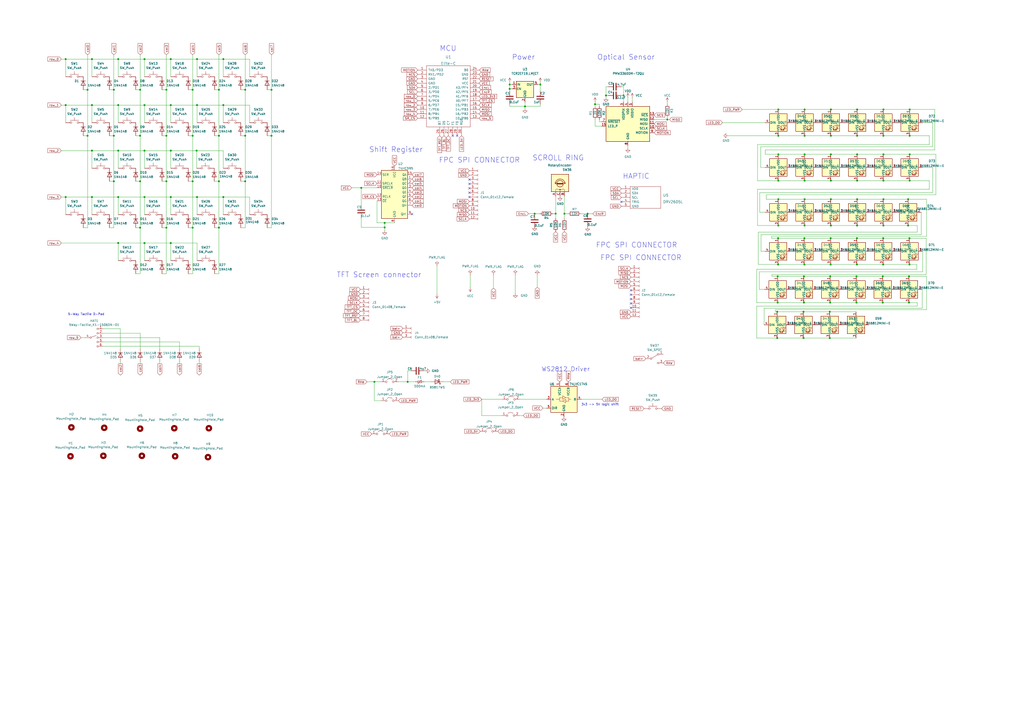
<source format=kicad_sch>
(kicad_sch (version 20211123) (generator eeschema)
  (paper "A2")
  (junction (at 127 105.156))
  (junction (at 497.205 130.81))
  (junction (at 496.824 175.514))
  (junction (at 466.09 196.088))
  (junction (at 512.445 104.775))
  (junction (at 451.485 130.81))
  (junction (at 129.54 34.29))
  (junction (at 451.104 160.274))
  (junction (at 497.078 138.176))
  (junction (at 53.34 34.29))
  (junction (at 527.685 63.5))
  (junction (at 129.54 60.96))
  (junction (at 50.8 78.74))
  (junction (at 512.445 78.74))
  (junction (at 512.445 89.535))
  (junction (at 512.445 63.5))
  (junction (at 142.24 52.07))
  (junction (at 481.584 160.274))
  (junction (at 68.58 34.29))
  (junction (at 96.52 105.156))
  (junction (at 466.598 153.416))
  (junction (at 512.318 138.176))
  (junction (at 83.82 140.97))
  (junction (at 114.3 114.3))
  (junction (at 481.965 104.775))
  (junction (at 295.656 51.562))
  (junction (at 497.078 153.416))
  (junction (at 114.3 60.96))
  (junction (at 496.824 160.274))
  (junction (at 450.85 196.088))
  (junction (at 53.34 60.96))
  (junction (at 127 52.07))
  (junction (at 157.48 52.07))
  (junction (at 527.685 104.775))
  (junction (at 466.725 63.5))
  (junction (at 512.318 153.416))
  (junction (at 99.06 87.376))
  (junction (at 81.28 105.156))
  (junction (at 66.04 78.74))
  (junction (at 223.139 129.286))
  (junction (at 38.1 34.29))
  (junction (at 527.558 153.416))
  (junction (at 53.34 87.376))
  (junction (at 209.55 108.966))
  (junction (at 450.85 180.848))
  (junction (at 99.06 140.97))
  (junction (at 38.1 60.96))
  (junction (at 81.28 52.07))
  (junction (at 512.064 160.274))
  (junction (at 512.064 175.514))
  (junction (at 527.558 138.176))
  (junction (at 322.326 123.952))
  (junction (at 96.52 52.07))
  (junction (at 481.965 63.5))
  (junction (at 127 78.74))
  (junction (at 466.598 138.176))
  (junction (at 111.76 78.74))
  (junction (at 99.06 60.96))
  (junction (at 497.205 115.57))
  (junction (at 50.8 52.07))
  (junction (at 481.965 115.57))
  (junction (at 451.485 115.57))
  (junction (at 466.725 130.81))
  (junction (at 481.33 196.088))
  (junction (at 99.06 114.3))
  (junction (at 38.1 114.3))
  (junction (at 127 132.08))
  (junction (at 512.445 130.81))
  (junction (at 96.52 78.74))
  (junction (at 142.24 78.74))
  (junction (at 466.725 104.775))
  (junction (at 310.134 123.952))
  (junction (at 340.868 123.952))
  (junction (at 481.838 153.416))
  (junction (at 481.584 175.514))
  (junction (at 83.82 34.29))
  (junction (at 387.096 69.342))
  (junction (at 527.685 78.74))
  (junction (at 512.445 115.57))
  (junction (at 466.725 115.57))
  (junction (at 345.186 60.452))
  (junction (at 157.48 78.74))
  (junction (at 96.52 132.08))
  (junction (at 466.725 89.535))
  (junction (at 481.33 180.848))
  (junction (at 497.205 78.74))
  (junction (at 236.474 221.488))
  (junction (at 481.965 78.74))
  (junction (at 129.54 114.3))
  (junction (at 114.3 34.29))
  (junction (at 66.04 52.07))
  (junction (at 99.06 34.29))
  (junction (at 68.58 60.96))
  (junction (at 111.76 105.156))
  (junction (at 527.304 175.514))
  (junction (at 304.546 61.722))
  (junction (at 527.685 89.535))
  (junction (at 81.28 78.74))
  (junction (at 68.58 140.97))
  (junction (at 313.436 49.022))
  (junction (at 451.358 138.176))
  (junction (at 451.104 175.514))
  (junction (at 68.58 87.376))
  (junction (at 466.09 180.848))
  (junction (at 142.24 105.156))
  (junction (at 526.796 115.57))
  (junction (at 451.485 63.5))
  (junction (at 223.139 131.9259))
  (junction (at 526.796 130.81))
  (junction (at 466.725 78.74))
  (junction (at 481.838 138.176))
  (junction (at 111.76 52.07))
  (junction (at 66.04 105.156))
  (junction (at 83.82 60.96))
  (junction (at 81.28 132.08))
  (junction (at 351.536 55.372))
  (junction (at 83.82 114.3))
  (junction (at 451.485 104.775))
  (junction (at 497.205 63.5))
  (junction (at 466.344 160.274))
  (junction (at 217.17 221.488))
  (junction (at 111.76 132.08))
  (junction (at 466.344 175.514))
  (junction (at 481.965 89.535))
  (junction (at 114.046 87.376))
  (junction (at 451.485 78.74))
  (junction (at 68.58 114.3))
  (junction (at 497.205 89.535))
  (junction (at 295.656 49.022))
  (junction (at 83.82 87.376))
  (junction (at 451.358 153.416))
  (junction (at 527.304 160.274))
  (junction (at 53.34 114.3))
  (junction (at 361.696 55.372))
  (junction (at 481.965 130.81))
  (junction (at 497.205 104.775))
  (junction (at 451.485 89.535))
  (junction (at 327.406 123.952))
  (no_connect (at 366.014 178.562))
  (no_connect (at 272.288 111.76))
  (no_connect (at 366.014 170.942))
  (no_connect (at 262.636 78.74))
  (no_connect (at 272.288 114.3))
  (no_connect (at 272.288 104.14))
  (no_connect (at 366.014 173.482))
  (no_connect (at 239.014 124.206))
  (no_connect (at 360.426 117.094))
  (no_connect (at 366.014 168.402))
  (no_connect (at 272.288 109.22))
  (no_connect (at 272.288 106.68))
  (no_connect (at 366.014 176.022))
  (no_connect (at 265.176 78.74))
  (wire (pts (xy 527.685 104.775) (xy 539.115 104.775)))
  (wire (pts (xy 440.436 157.734) (xy 440.436 167.894)))
  (wire (pts (xy 526.796 115.57) (xy 537.464 115.57)))
  (wire (pts (xy 512.445 63.5) (xy 527.685 63.5)))
  (wire (pts (xy 466.598 138.176) (xy 481.838 138.176)))
  (wire (pts (xy 387.096 69.342) (xy 388.366 69.342)))
  (wire (pts (xy 92.71 209.804) (xy 92.71 211.074)))
  (wire (pts (xy 203.962 108.966) (xy 209.55 108.966)))
  (wire (pts (xy 111.76 52.07) (xy 111.76 78.74)))
  (wire (pts (xy 50.8 78.74) (xy 48.26 78.74)))
  (wire (pts (xy 351.536 55.372) (xy 351.536 50.292)))
  (wire (pts (xy 53.34 114.3) (xy 68.58 114.3)))
  (wire (pts (xy 127 105.156) (xy 124.206 105.156)))
  (wire (pts (xy 466.725 78.74) (xy 481.965 78.74)))
  (wire (pts (xy 387.096 69.342) (xy 387.096 68.072)))
  (wire (pts (xy 209.5764 124.5613) (xy 209.55 126.492)))
  (wire (pts (xy 531.876 156.21) (xy 438.912 156.21)))
  (wire (pts (xy 537.464 179.578) (xy 449.834 179.578)))
  (wire (pts (xy 366.776 56.642) (xy 366.776 59.182)))
  (wire (pts (xy 78.74 158.75) (xy 81.28 158.75)))
  (wire (pts (xy 81.28 105.156) (xy 81.28 132.08)))
  (wire (pts (xy 451.104 160.274) (xy 466.344 160.274)))
  (wire (pts (xy 481.838 153.416) (xy 497.078 153.416)))
  (wire (pts (xy 535.305 97.155) (xy 541.02 97.155)))
  (wire (pts (xy 38.1 60.96) (xy 53.34 60.96)))
  (wire (pts (xy 104.14 198.374) (xy 104.14 202.184)))
  (wire (pts (xy 537.464 115.57) (xy 537.464 137.16)))
  (wire (pts (xy 69.85 209.804) (xy 69.85 211.074)))
  (wire (pts (xy 527.304 175.514) (xy 532.13 175.514)))
  (wire (pts (xy 327.406 123.952) (xy 329.438 123.952)))
  (wire (pts (xy 83.82 114.3) (xy 99.06 114.3)))
  (wire (pts (xy 541.02 71.12) (xy 541.02 85.09)))
  (wire (pts (xy 481.965 63.5) (xy 497.205 63.5)))
  (wire (pts (xy 111.76 105.156) (xy 111.76 132.08)))
  (wire (pts (xy 114.3 114.3) (xy 114.3 124.46)))
  (wire (pts (xy 440.69 111.76) (xy 440.69 123.19)))
  (wire (pts (xy 534.924 178.816) (xy 443.23 178.816)))
  (wire (pts (xy 99.06 114.3) (xy 114.3 114.3)))
  (wire (pts (xy 542.29 86.995) (xy 443.865 86.995)))
  (wire (pts (xy 81.28 78.74) (xy 81.28 105.156)))
  (wire (pts (xy 451.485 130.81) (xy 466.725 130.81)))
  (wire (pts (xy 223.139 131.9259) (xy 223.139 133.731)))
  (wire (pts (xy 83.82 60.96) (xy 83.82 71.12)))
  (wire (pts (xy 466.725 115.57) (xy 481.965 115.57)))
  (wire (pts (xy 53.34 124.46) (xy 53.34 114.3)))
  (wire (pts (xy 217.17 221.488) (xy 217.17 232.41)))
  (wire (pts (xy 481.965 130.81) (xy 497.205 130.81)))
  (wire (pts (xy 35.56 34.29) (xy 38.1 34.29)))
  (wire (pts (xy 66.04 105.156) (xy 66.04 132.08)))
  (wire (pts (xy 466.09 196.088) (xy 481.33 196.088)))
  (wire (pts (xy 142.24 105.156) (xy 142.24 132.08)))
  (wire (pts (xy 59.69 193.294) (xy 81.28 193.294)))
  (wire (pts (xy 497.205 63.5) (xy 512.445 63.5)))
  (wire (pts (xy 114.3 34.29) (xy 129.54 34.29)))
  (wire (pts (xy 68.58 34.29) (xy 83.82 34.29)))
  (wire (pts (xy 129.54 60.96) (xy 144.78 60.96)))
  (wire (pts (xy 481.33 196.088) (xy 496.57 196.088)))
  (wire (pts (xy 157.48 78.74) (xy 157.48 132.08)))
  (wire (pts (xy 361.696 50.292) (xy 360.426 50.292)))
  (wire (pts (xy 253.492 154.432) (xy 253.492 170.434)))
  (wire (pts (xy 438.912 196.088) (xy 450.85 196.088)))
  (wire (pts (xy 512.445 104.775) (xy 527.685 104.775)))
  (wire (pts (xy 99.06 140.97) (xy 99.06 151.13)))
  (wire (pts (xy 53.34 87.376) (xy 68.58 87.376)))
  (wire (pts (xy 127 78.74) (xy 124.46 78.74)))
  (wire (pts (xy 527.304 160.274) (xy 537.464 160.274)))
  (wire (pts (xy 272.796 166.624) (xy 272.796 159.512)))
  (wire (pts (xy 337.312 231.648) (xy 349.25 231.648)))
  (wire (pts (xy 439.42 104.775) (xy 451.485 104.775)))
  (wire (pts (xy 38.1 34.29) (xy 53.34 34.29)))
  (wire (pts (xy 447.548 137.16) (xy 447.548 138.176)))
  (wire (pts (xy 49.53 195.834) (xy 46.99 195.834)))
  (wire (pts (xy 209.5764 124.5613) (xy 209.5764 131.9273)))
  (wire (pts (xy 99.06 60.96) (xy 99.06 71.12)))
  (wire (pts (xy 541.02 111.76) (xy 440.69 111.76)))
  (wire (pts (xy 361.696 55.372) (xy 360.426 55.372)))
  (wire (pts (xy 449.834 180.848) (xy 450.85 180.848)))
  (wire (pts (xy 96.52 105.156) (xy 96.52 132.08)))
  (wire (pts (xy 69.85 190.754) (xy 69.85 202.184)))
  (wire (pts (xy 127 105.156) (xy 127 132.08)))
  (wire (pts (xy 364.236 56.642) (xy 364.236 59.182)))
  (wire (pts (xy 301.498 231.648) (xy 316.992 231.648)))
  (wire (pts (xy 298.958 159.512) (xy 298.958 170.18)))
  (wire (pts (xy 83.82 60.96) (xy 99.06 60.96)))
  (wire (pts (xy 142.24 132.08) (xy 139.7 132.08)))
  (wire (pts (xy 223.139 129.286) (xy 223.139 131.9259)))
  (wire (pts (xy 497.205 115.57) (xy 512.445 115.57)))
  (wire (pts (xy 83.82 114.3) (xy 83.82 124.46)))
  (wire (pts (xy 422.402 78.74) (xy 451.485 78.74)))
  (wire (pts (xy 142.24 105.156) (xy 139.7 105.156)))
  (wire (pts (xy 310.134 123.952) (xy 313.182 123.952)))
  (wire (pts (xy 481.584 175.514) (xy 496.824 175.514)))
  (wire (pts (xy 257.429 221.488) (xy 261.239 221.488)))
  (wire (pts (xy 481.838 138.176) (xy 497.078 138.176)))
  (wire (pts (xy 78.74 132.08) (xy 81.28 132.08)))
  (wire (pts (xy 245.999 215.138) (xy 246.634 215.138)))
  (wire (pts (xy 532.13 177.546) (xy 438.912 177.546)))
  (wire (pts (xy 443.23 178.816) (xy 443.23 188.468)))
  (wire (pts (xy 379.476 69.342) (xy 387.096 69.342)))
  (wire (pts (xy 157.48 78.74) (xy 154.94 78.74)))
  (wire (pts (xy 466.344 175.514) (xy 481.584 175.514)))
  (wire (pts (xy 286.258 159.512) (xy 286.258 167.132)))
  (wire (pts (xy 38.1 34.29) (xy 38.1 44.45)))
  (wire (pts (xy 68.58 114.3) (xy 83.82 114.3)))
  (wire (pts (xy 127 78.74) (xy 127 52.07)))
  (wire (pts (xy 443.865 86.995) (xy 443.865 89.535)))
  (wire (pts (xy 96.52 78.74) (xy 93.98 78.74)))
  (wire (pts (xy 311.658 166.624) (xy 311.658 159.512)))
  (wire (pts (xy 541.02 97.155) (xy 541.02 111.76)))
  (wire (pts (xy 419.1 71.12) (xy 443.865 71.12)))
  (wire (pts (xy 451.104 175.514) (xy 466.344 175.514)))
  (wire (pts (xy 236.474 215.138) (xy 238.379 215.138)))
  (wire (pts (xy 327.406 126.746) (xy 327.406 123.952)))
  (wire (pts (xy 66.04 52.07) (xy 66.04 78.74)))
  (wire (pts (xy 512.064 160.274) (xy 527.304 160.274)))
  (wire (pts (xy 497.205 104.775) (xy 512.445 104.775)))
  (wire (pts (xy 512.445 78.74) (xy 527.685 78.74)))
  (wire (pts (xy 347.726 60.452) (xy 345.186 60.452)))
  (wire (pts (xy 481.965 115.57) (xy 497.205 115.57)))
  (wire (pts (xy 291.084 241.046) (xy 279.4 241.046)))
  (wire (pts (xy 534.416 123.19) (xy 534.416 136.144)))
  (wire (pts (xy 361.696 55.372) (xy 361.696 50.292)))
  (wire (pts (xy 534.924 167.894) (xy 534.924 178.816)))
  (wire (pts (xy 496.824 160.274) (xy 512.064 160.274)))
  (wire (pts (xy 481.584 160.274) (xy 496.824 160.274)))
  (wire (pts (xy 127 78.74) (xy 127 105.156)))
  (wire (pts (xy 218.694 116.586) (xy 218.694 129.286)))
  (wire (pts (xy 236.474 215.138) (xy 236.474 221.488)))
  (wire (pts (xy 441.452 136.144) (xy 534.416 136.144)))
  (wire (pts (xy 124.46 158.75) (xy 127 158.75)))
  (wire (pts (xy 277.876 40.64) (xy 278.13 40.64)))
  (wire (pts (xy 81.28 31.75) (xy 81.28 52.07)))
  (wire (pts (xy 531.876 153.416) (xy 531.876 156.21)))
  (wire (pts (xy 539.115 104.775) (xy 539.115 109.855)))
  (wire (pts (xy 99.06 87.376) (xy 114.046 87.376)))
  (wire (pts (xy 497.205 89.535) (xy 512.445 89.535)))
  (wire (pts (xy 38.1 114.3) (xy 53.34 114.3)))
  (wire (pts (xy 127 52.07) (xy 124.46 52.07)))
  (wire (pts (xy 526.796 130.81) (xy 532.13 130.81)))
  (wire (pts (xy 129.54 114.3) (xy 144.78 114.3)))
  (wire (pts (xy 447.548 138.176) (xy 451.358 138.176)))
  (wire (pts (xy 114.3 34.29) (xy 114.3 44.45)))
  (wire (pts (xy 66.04 31.75) (xy 66.04 52.07)))
  (wire (pts (xy 535.305 71.12) (xy 541.02 71.12)))
  (wire (pts (xy 449.834 179.578) (xy 449.834 180.848)))
  (wire (pts (xy 144.78 60.96) (xy 144.78 71.12)))
  (wire (pts (xy 527.558 138.176) (xy 537.21 138.176)))
  (wire (pts (xy 481.33 180.848) (xy 496.57 180.848)))
  (wire (pts (xy 228.854 129.286) (xy 223.139 129.286)))
  (wire (pts (xy 129.54 34.29) (xy 144.78 34.29)))
  (wire (pts (xy 295.656 61.722) (xy 304.546 61.722)))
  (wire (pts (xy 497.205 78.74) (xy 512.445 78.74)))
  (wire (pts (xy 451.485 63.5) (xy 466.725 63.5)))
  (wire (pts (xy 109.22 132.08) (xy 111.76 132.08)))
  (wire (pts (xy 430.53 63.5) (xy 451.485 63.5)))
  (wire (pts (xy 68.58 140.97) (xy 83.82 140.97)))
  (wire (pts (xy 441.325 85.09) (xy 441.325 97.155)))
  (wire (pts (xy 512.445 115.57) (xy 526.796 115.57)))
  (wire (pts (xy 212.852 221.488) (xy 217.17 221.488)))
  (wire (pts (xy 129.54 60.96) (xy 129.54 71.12)))
  (wire (pts (xy 512.318 153.416) (xy 527.558 153.416)))
  (wire (pts (xy 310.134 132.08) (xy 310.134 131.318)))
  (wire (pts (xy 83.82 151.13) (xy 83.82 140.97)))
  (wire (pts (xy 157.48 31.75) (xy 157.48 52.07)))
  (wire (pts (xy 99.06 114.3) (xy 99.06 124.46)))
  (wire (pts (xy 63.5 105.156) (xy 66.04 105.156)))
  (wire (pts (xy 313.436 61.722) (xy 304.546 61.722)))
  (wire (pts (xy 83.82 87.376) (xy 99.06 87.376)))
  (wire (pts (xy 361.696 55.372) (xy 361.696 59.182)))
  (wire (pts (xy 279.4 241.046) (xy 279.4 231.648)))
  (wire (pts (xy 450.85 180.848) (xy 466.09 180.848)))
  (wire (pts (xy 438.912 156.21) (xy 438.912 175.514)))
  (wire (pts (xy 444.5 113.03) (xy 444.5 115.57)))
  (wire (pts (xy 441.325 97.155) (xy 443.865 97.155)))
  (wire (pts (xy 59.69 200.914) (xy 115.57 200.914)))
  (wire (pts (xy 124.46 132.08) (xy 127 132.08)))
  (wire (pts (xy 279.4 231.648) (xy 291.338 231.648)))
  (wire (pts (xy 142.24 78.74) (xy 139.7 78.74)))
  (wire (pts (xy 313.436 47.752) (xy 313.436 49.022)))
  (wire (pts (xy 111.76 78.74) (xy 111.76 105.156)))
  (wire (pts (xy 537.21 138.176) (xy 537.21 159.258)))
  (wire (pts (xy 466.725 104.775) (xy 481.965 104.775)))
  (wire (pts (xy 441.452 136.144) (xy 441.452 145.796)))
  (wire (pts (xy 351.536 56.642) (xy 351.536 55.372)))
  (wire (pts (xy 527.685 78.74) (xy 539.115 78.74)))
  (wire (pts (xy 451.358 153.416) (xy 466.598 153.416)))
  (wire (pts (xy 345.186 59.182) (xy 345.186 60.452)))
  (wire (pts (xy 466.725 63.5) (xy 481.965 63.5)))
  (wire (pts (xy 466.598 153.416) (xy 481.838 153.416)))
  (wire (pts (xy 59.69 195.834) (xy 92.71 195.834)))
  (wire (pts (xy 512.445 89.535) (xy 527.685 89.535)))
  (wire (pts (xy 83.82 34.29) (xy 99.06 34.29)))
  (wire (pts (xy 466.725 130.81) (xy 481.965 130.81)))
  (wire (pts (xy 295.656 51.562) (xy 295.656 49.022)))
  (wire (pts (xy 304.546 61.722) (xy 304.546 62.992)))
  (wire (pts (xy 114.3 60.96) (xy 114.3 71.12)))
  (wire (pts (xy 81.28 132.08) (xy 81.28 158.75)))
  (wire (pts (xy 439.928 134.62) (xy 439.928 153.416)))
  (wire (pts (xy 109.22 52.07) (xy 111.76 52.07)))
  (wire (pts (xy 66.04 78.74) (xy 63.5 78.74)))
  (wire (pts (xy 114.046 87.376) (xy 129.54 87.376)))
  (wire (pts (xy 539.115 78.74) (xy 539.115 83.82)))
  (wire (pts (xy 114.3 140.97) (xy 114.3 151.13)))
  (wire (pts (xy 99.06 87.376) (xy 99.06 97.536)))
  (wire (pts (xy 157.48 132.08) (xy 154.94 132.08)))
  (wire (pts (xy 541.02 85.09) (xy 441.325 85.09)))
  (wire (pts (xy 114.046 87.376) (xy 114.046 97.536)))
  (wire (pts (xy 519.176 123.19) (xy 520.065 123.19)))
  (wire (pts (xy 387.096 59.182) (xy 387.096 60.452)))
  (wire (pts (xy 81.28 105.156) (xy 78.74 105.156)))
  (wire (pts (xy 66.04 78.74) (xy 66.04 105.156)))
  (wire (pts (xy 447.802 160.274) (xy 451.104 160.274)))
  (wire (pts (xy 114.3 114.3) (xy 129.54 114.3)))
  (wire (pts (xy 142.24 52.07) (xy 142.24 78.74)))
  (wire (pts (xy 50.8 78.74) (xy 50.8 52.07)))
  (wire (pts (xy 99.06 34.29) (xy 99.06 44.45)))
  (wire (pts (xy 114.3 60.96) (xy 129.54 60.96)))
  (wire (pts (xy 96.52 52.07) (xy 93.98 52.07)))
  (wire (pts (xy 542.925 113.03) (xy 444.5 113.03)))
  (wire (pts (xy 96.52 78.74) (xy 96.52 105.156)))
  (wire (pts (xy 340.868 123.952) (xy 343.916 123.952)))
  (wire (pts (xy 347.726 61.722) (xy 347.726 60.452)))
  (wire (pts (xy 327.406 123.952) (xy 327.406 113.792)))
  (wire (pts (xy 115.57 200.914) (xy 115.57 202.184)))
  (wire (pts (xy 466.09 180.848) (xy 481.33 180.848)))
  (wire (pts (xy 497.205 130.81) (xy 512.445 130.81)))
  (wire (pts (xy 535.178 157.734) (xy 440.436 157.734)))
  (wire (pts (xy 81.28 209.804) (xy 81.28 211.074)))
  (wire (pts (xy 99.06 60.96) (xy 114.3 60.96)))
  (wire (pts (xy 81.28 52.07) (xy 78.74 52.07)))
  (wire (pts (xy 38.1 114.3) (xy 38.1 124.46)))
  (wire (pts (xy 532.13 130.81) (xy 532.13 134.62)))
  (wire (pts (xy 68.58 87.376) (xy 83.82 87.376)))
  (wire (pts (xy 38.1 71.12) (xy 38.1 60.96)))
  (wire (pts (xy 348.996 70.612) (xy 347.726 70.612)))
  (wire (pts (xy 481.965 78.74) (xy 497.205 78.74)))
  (wire (pts (xy 48.26 132.08) (xy 50.8 132.08)))
  (wire (pts (xy 481.965 104.775) (xy 497.205 104.775)))
  (wire (pts (xy 93.98 132.08) (xy 96.52 132.08)))
  (wire (pts (xy 295.656 49.022) (xy 296.926 49.022)))
  (wire (pts (xy 127 31.75) (xy 127 52.07)))
  (wire (pts (xy 352.806 50.292) (xy 351.536 50.292)))
  (wire (pts (xy 451.485 115.57) (xy 466.725 115.57)))
  (wire (pts (xy 527.685 89.535) (xy 542.925 89.535)))
  (wire (pts (xy 104.14 209.804) (xy 104.14 211.074)))
  (wire (pts (xy 144.78 114.3) (xy 144.78 124.46)))
  (wire (pts (xy 129.54 87.376) (xy 129.54 97.536)))
  (wire (pts (xy 439.928 153.416) (xy 451.358 153.416)))
  (wire (pts (xy 157.48 52.07) (xy 157.48 78.74)))
  (wire (pts (xy 129.54 34.29) (xy 129.54 44.45)))
  (wire (pts (xy 537.21 159.258) (xy 447.802 159.258)))
  (wire (pts (xy 83.82 140.97) (xy 99.06 140.97)))
  (wire (pts (xy 59.69 190.754) (xy 69.85 190.754)))
  (wire (pts (xy 111.76 31.75) (xy 111.76 52.07)))
  (wire (pts (xy 96.52 132.08) (xy 96.52 158.75)))
  (wire (pts (xy 438.912 175.514) (xy 451.104 175.514)))
  (wire (pts (xy 231.14 221.488) (xy 236.474 221.488)))
  (wire (pts (xy 154.94 52.07) (xy 157.48 52.07)))
  (wire (pts (xy 68.58 114.3) (xy 68.58 124.46)))
  (wire (pts (xy 542.925 89.535) (xy 542.925 113.03)))
  (wire (pts (xy 218.694 129.286) (xy 223.139 129.286)))
  (wire (pts (xy 320.802 123.952) (xy 322.326 123.952)))
  (wire (pts (xy 209.55 118.872) (xy 209.55 108.966)))
  (wire (pts (xy 68.58 60.96) (xy 83.82 60.96)))
  (wire (pts (xy 217.17 221.488) (xy 220.98 221.488)))
  (wire (pts (xy 322.326 123.952) (xy 322.326 113.792)))
  (wire (pts (xy 301.244 241.046) (xy 303.53 241.046)))
  (wire (pts (xy 68.58 60.96) (xy 68.58 71.12)))
  (wire (pts (xy 466.725 89.535) (xy 481.965 89.535)))
  (wire (pts (xy 443.865 89.535) (xy 451.485 89.535)))
  (wire (pts (xy 111.76 105.156) (xy 109.22 105.156)))
  (wire (pts (xy 99.06 140.97) (xy 114.3 140.97)))
  (wire (pts (xy 83.82 87.376) (xy 83.82 97.536)))
  (wire (pts (xy 310.134 124.46) (xy 310.134 123.952)))
  (wire (pts (xy 314.96 236.728) (xy 316.992 236.728)))
  (wire (pts (xy 99.06 34.29) (xy 114.3 34.29)))
  (wire (pts (xy 439.42 83.82) (xy 439.42 104.775)))
  (wire (pts (xy 139.7 52.07) (xy 142.24 52.07)))
  (wire (pts (xy 50.8 31.75) (xy 50.8 52.07)))
  (wire (pts (xy 532.13 134.62) (xy 439.928 134.62)))
  (wire (pts (xy 96.52 31.75) (xy 96.52 52.07)))
  (wire (pts (xy 93.98 105.156) (xy 96.52 105.156)))
  (wire (pts (xy 313.436 49.022) (xy 313.436 52.832)))
  (wire (pts (xy 142.24 78.74) (xy 142.24 105.156)))
  (wire (pts (xy 440.69 123.19) (xy 443.865 123.19)))
  (wire (pts (xy 481.965 89.535) (xy 497.205 89.535)))
  (wire (pts (xy 450.85 196.088) (xy 466.09 196.088)))
  (wire (pts (xy 59.69 198.374) (xy 104.14 198.374)))
  (wire (pts (xy 466.344 160.274) (xy 481.584 160.274)))
  (wire (pts (xy 35.56 60.96) (xy 38.1 60.96)))
  (wire (pts (xy 542.29 63.5) (xy 542.29 86.995)))
  (wire (pts (xy 537.464 137.16) (xy 447.548 137.16)))
  (wire (pts (xy 50.8 78.74) (xy 50.8 132.08)))
  (wire (pts (xy 209.55 108.966) (xy 218.694 108.966)))
  (wire (pts (xy 81.28 193.294) (xy 81.28 202.184)))
  (wire (pts (xy 527.685 63.5) (xy 542.29 63.5)))
  (wire (pts (xy 111.76 78.74) (xy 109.22 78.74)))
  (wire (pts (xy 439.42 130.81) (xy 451.485 130.81)))
  (wire (pts (xy 496.824 175.514) (xy 512.064 175.514)))
  (wire (pts (xy 81.28 78.74) (xy 78.74 78.74)))
  (wire (pts (xy 313.436 60.452) (xy 313.436 61.722)))
  (wire (pts (xy 93.98 158.75) (xy 96.52 158.75)))
  (wire (pts (xy 96.52 78.74) (xy 96.52 52.07)))
  (wire (pts (xy 245.999 221.488) (xy 249.809 221.488)))
  (wire (pts (xy 295.656 52.832) (xy 295.656 51.562)))
  (wire (pts (xy 144.78 34.29) (xy 144.78 44.45)))
  (wire (pts (xy 312.166 49.022) (xy 313.436 49.022)))
  (wire (pts (xy 53.34 34.29) (xy 68.58 34.29)))
  (wire (pts (xy 512.445 130.81) (xy 526.796 130.81)))
  (wire (pts (xy 535.178 145.796) (xy 535.178 157.734)))
  (wire (pts (xy 68.58 140.97) (xy 68.58 151.13)))
  (wire (pts (xy 447.802 159.258) (xy 447.802 160.274)))
  (wire (pts (xy 539.115 109.855) (xy 439.42 109.855)))
  (wire (pts (xy 53.34 60.96) (xy 68.58 60.96)))
  (wire (pts (xy 532.13 175.514) (xy 532.13 177.546)))
  (wire (pts (xy 63.5 52.07) (xy 66.04 52.07)))
  (wire (pts (xy 345.186 73.152) (xy 345.186 69.342)))
  (wire (pts (xy 53.34 34.29) (xy 53.34 44.45)))
  (wire (pts (xy 83.82 34.29) (xy 83.82 44.45)))
  (wire (pts (xy 451.485 104.775) (xy 466.725 104.775)))
  (wire (pts (xy 345.186 60.452) (xy 345.186 61.722)))
  (wire (pts (xy 35.56 87.376) (xy 53.34 87.376)))
  (wire (pts (xy 142.24 31.75) (xy 142.24 52.07)))
  (wire (pts (xy 68.58 34.29) (xy 68.58 44.45)))
  (wire (pts (xy 347.726 70.612) (xy 347.726 69.342)))
  (wire (pts (xy 81.28 78.74) (xy 81.28 52.07)))
  (wire (pts (xy 438.912 177.546) (xy 438.912 196.088)))
  (wire (pts (xy 35.56 140.97) (xy 68.58 140.97)))
  (wire (pts (xy 537.464 160.274) (xy 537.464 179.578)))
  (wire (pts (xy 68.58 87.376) (xy 68.58 97.536)))
  (wire (pts (xy 129.54 114.3) (xy 129.54 124.46)))
  (wire (pts (xy 92.71 195.834) (xy 92.71 202.184)))
  (wire (pts (xy 53.34 60.96) (xy 53.34 71.12)))
  (wire (pts (xy 497.078 153.416) (xy 512.318 153.416)))
  (wire (pts (xy 217.17 232.41) (xy 220.98 232.41)))
  (wire (pts (xy 306.578 123.952) (xy 310.134 123.952)))
  (wire (pts (xy 451.485 89.535) (xy 466.725 89.535)))
  (wire (pts (xy 337.058 123.952) (xy 340.868 123.952)))
  (wire (pts (xy 440.436 167.894) (xy 443.484 167.894)))
  (wire (pts (xy 539.115 83.82) (xy 439.42 83.82)))
  (wire (pts (xy 322.326 126.746) (xy 322.326 123.952)))
  (wire (pts (xy 364.236 85.852) (xy 364.236 84.582)))
  (wire (pts (xy 527.558 153.416) (xy 531.876 153.416)))
  (wire (pts (xy 111.76 132.08) (xy 111.76 158.75)))
  (wire (pts (xy 441.452 145.796) (xy 443.738 145.796)))
  (wire (pts (xy 63.5 132.08) (xy 66.04 132.08)))
  (wire (pts (xy 439.42 109.855) (xy 439.42 130.81)))
  (wire (pts (xy 127 158.75) (xy 127 132.08)))
  (wire (pts (xy 345.186 73.152) (xy 348.996 73.152)))
  (wire (pts (xy 451.358 138.176) (xy 466.598 138.176)))
  (wire (pts (xy 209.5764 131.9273) (xy 223.139 131.9259)))
  (wire (pts (xy 512.064 175.514) (xy 527.304 175.514)))
  (wire (pts (xy 236.474 221.488) (xy 240.919 221.488)))
  (wire (pts (xy 35.56 114.3) (xy 38.1 114.3)))
  (wire (pts (xy 304.546 59.182) (xy 304.546 61.722)))
  (wire (pts (xy 451.485 78.74) (xy 466.725 78.74)))
  (wire (pts (xy 444.5 115.57) (xy 451.485 115.57)))
  (wire (pts (xy 295.656 60.452) (xy 295.656 61.722)))
  (wire (pts (xy 115.57 209.804) (xy 115.57 211.074)))
  (wire (pts (xy 295.656 47.752) (xy 295.656 49.022)))
  (wire (pts (xy 512.318 138.176) (xy 527.558 138.176)))
  (wire (pts (xy 53.34 87.376) (xy 53.34 97.536)))
  (wire (pts (xy 296.926 51.562) (xy 295.656 51.562)))
  (wire (pts (xy 497.078 138.176) (xy 512.318 138.176)))
  (wire (pts (xy 109.22 158.75) (xy 111.76 158.75)))
  (wire (pts (xy 352.806 55.372) (xy 351.536 55.372)))
  (wire (pts (xy 50.8 52.07) (xy 48.26 52.07)))
  (text "WS2812 Driver" (at 314.071 215.773 0) (effects (font (size 2.54 2.54)) (justify left bottom)))
  (text "MCU" (at 255.016 29.972 0) (effects (font (size 2.9972 2.9972)) (justify left bottom)))
  (text "Power" (at 296.926 35.052 0) (effects (font (size 2.9972 2.9972)) (justify left bottom)))
  (text "HAPTIC" (at 361.188 104.14 0) (effects (font (size 2.9972 2.9972)) (justify left bottom)))
  (text "SCROLL RING" (at 308.864 93.472 0) (effects (font (size 2.9972 2.9972)) (justify left bottom)))
  (text "FPC SPI CONNECTOR\n" (at 348.234 151.384 0) (effects (font (size 2.9972 2.9972)) (justify left bottom)))
  (text "Shift Register\n" (at 214.122 88.646 0) (effects (font (size 2.9972 2.9972)) (justify left bottom)))
  (text "Optical Sensor" (at 346.456 35.052 0) (effects (font (size 2.9972 2.9972)) (justify left bottom)))
  (text "FPC SPI CONNECTOR\n" (at 254.508 94.742 0) (effects (font (size 2.9972 2.9972)) (justify left bottom)))
  (text "3v3 -> 5V logic shift" (at 337.185 235.458 0) (effects (font (size 1.27 1.27)) (justify left bottom)))
  (text "5-Way Tactile D-Pad" (at 39.37 183.134 0) (effects (font (size 1.27 1.27)) (justify left bottom)))
  (text "FPC SPI CONNECTOR\n" (at 345.694 144.018 0) (effects (font (size 2.9972 2.9972)) (justify left bottom)))
  (text "TFT Screen connector" (at 195.326 161.29 0) (effects (font (size 2.9972 2.9972)) (justify left bottom)))
  (global_label "TFT_RST" (shape input) (at 255.016 78.74 270) (property "Intersheet References" "${INTERSHEET_REFS}" (effects hide)))
  (global_label "LED_DO" (shape input) (at 419.1 71.12 180) (property "Intersheet References" "${INTERSHEET_REFS}" (effects hide)))
  (global_label "row_1" (shape input) (at 242.316 58.42 180) (property "Intersheet References" "${INTERSHEET_REFS}" (effects hide)))
  (global_label "VCC" (shape input) (at 324.612 221.488 90) (property "Intersheet References" "${INTERSHEET_REFS}" (effects hide)))
  (global_label "NCS" (shape input) (at 242.316 43.18 180) (property "Intersheet References" "${INTERSHEET_REFS}" (effects hide)))
  (global_label "NCS" (shape input) (at 379.476 66.802 0) (property "Intersheet References" "${INTERSHEET_REFS}" (effects hide)))
  (global_label "col6" (shape output) (at 115.57 211.074 270) (property "Intersheet References" "${INTERSHEET_REFS}" (effects hide)))
  (global_label "NCS" (shape input) (at 366.014 160.782 180) (property "Intersheet References" "${INTERSHEET_REFS}" (effects hide)))
  (global_label "TFT_DC" (shape input) (at 209.042 180.594 180) (property "Intersheet References" "${INTERSHEET_REFS}" (effects hide)))
  (global_label "LED_DO" (shape input) (at 288.798 250.19 0) (property "Intersheet References" "${INTERSHEET_REFS}" (effects hide)))
  (global_label "MISO" (shape input) (at 388.366 69.342 0) (property "Intersheet References" "${INTERSHEET_REFS}" (effects hide)))
  (global_label "col1" (shape input) (at 66.04 31.75 90) (property "Intersheet References" "${INTERSHEET_REFS}" (effects hide)))
  (global_label "GND" (shape input) (at 242.316 45.72 180) (property "Intersheet References" "${INTERSHEET_REFS}" (effects hide)))
  (global_label "MOTION" (shape input) (at 379.476 76.962 0) (property "Intersheet References" "${INTERSHEET_REFS}" (effects hide)))
  (global_label "col5" (shape input) (at 239.014 106.426 0) (property "Intersheet References" "${INTERSHEET_REFS}" (effects hide)))
  (global_label "col2" (shape input) (at 239.014 114.046 0) (property "Intersheet References" "${INTERSHEET_REFS}" (effects hide)))
  (global_label "TFT_BL" (shape input) (at 209.042 185.674 180) (property "Intersheet References" "${INTERSHEET_REFS}" (effects hide)))
  (global_label "row_3" (shape input) (at 242.316 63.5 180) (property "Intersheet References" "${INTERSHEET_REFS}" (effects hide)))
  (global_label "MOSI" (shape input) (at 209.042 172.974 180) (property "Intersheet References" "${INTERSHEET_REFS}" (effects hide)))
  (global_label "EncR" (shape input) (at 343.916 123.952 0) (property "Intersheet References" "${INTERSHEET_REFS}" (effects hide)))
  (global_label "SCL" (shape input) (at 360.426 114.554 180) (property "Intersheet References" "${INTERSHEET_REFS}" (effects hide)))
  (global_label "row_0" (shape input) (at 35.56 34.29 180) (property "Intersheet References" "${INTERSHEET_REFS}" (effects hide)))
  (global_label "RAW" (shape input) (at 384.81 210.566 0) (property "Intersheet References" "${INTERSHEET_REFS}" (effects hide)))
  (global_label "row_4" (shape input) (at 242.316 66.04 180) (property "Intersheet References" "${INTERSHEET_REFS}" (effects hide)))
  (global_label "row_1" (shape input) (at 35.56 60.96 180) (property "Intersheet References" "${INTERSHEET_REFS}" (effects hide)))
  (global_label "row_3" (shape input) (at 35.56 114.3 180) (property "Intersheet References" "${INTERSHEET_REFS}" (effects hide)))
  (global_label "col1" (shape input) (at 239.014 116.586 0) (property "Intersheet References" "${INTERSHEET_REFS}" (effects hide)))
  (global_label "EncL" (shape input) (at 306.578 123.952 180) (property "Intersheet References" "${INTERSHEET_REFS}" (effects hide)))
  (global_label "VCC" (shape input) (at 209.042 167.894 180) (property "Intersheet References" "${INTERSHEET_REFS}" (effects hide)))
  (global_label "bat+" (shape input) (at 374.65 208.026 180) (property "Intersheet References" "${INTERSHEET_REFS}" (effects hide)))
  (global_label "row_5" (shape input) (at 46.99 195.834 180) (property "Intersheet References" "${INTERSHEET_REFS}" (effects hide)))
  (global_label "MOTION" (shape input) (at 272.288 119.38 180) (property "Intersheet References" "${INTERSHEET_REFS}" (effects hide)))
  (global_label "SDA" (shape input) (at 242.316 50.8 180) (property "Intersheet References" "${INTERSHEET_REFS}" (effects hide)))
  (global_label "LED_PWR" (shape input) (at 225.806 251.714 0) (property "Intersheet References" "${INTERSHEET_REFS}" (effects hide)))
  (global_label "col0" (shape input) (at 50.8 31.75 90) (property "Intersheet References" "${INTERSHEET_REFS}" (effects hide)))
  (global_label "RAW" (shape input) (at 212.852 221.488 180) (property "Intersheet References" "${INTERSHEET_REFS}" (effects hide)))
  (global_label "GND" (shape input) (at 366.014 181.102 180) (property "Intersheet References" "${INTERSHEET_REFS}" (effects hide)))
  (global_label "MOSI" (shape input) (at 272.288 116.84 180) (property "Intersheet References" "${INTERSHEET_REFS}" (effects hide)))
  (global_label "RAW" (shape input) (at 278.13 40.64 0) (property "Intersheet References" "${INTERSHEET_REFS}" (effects hide)))
  (global_label "MOSI" (shape input) (at 379.476 71.882 0) (property "Intersheet References" "${INTERSHEET_REFS}" (effects hide)))
  (global_label "TFT_CS" (shape input) (at 277.876 58.42 0) (property "Intersheet References" "${INTERSHEET_REFS}" (effects hide)))
  (global_label "SCLK" (shape input) (at 218.694 106.426 180) (property "Intersheet References" "${INTERSHEET_REFS}" (effects hide)))
  (global_label "RESET" (shape input) (at 277.876 45.72 0) (property "Intersheet References" "${INTERSHEET_REFS}" (effects hide)))
  (global_label "GND" (shape input) (at 311.658 166.624 270) (property "Intersheet References" "${INTERSHEET_REFS}" (effects hide)))
  (global_label "GND" (shape input) (at 233.68 193.04 180) (property "Intersheet References" "${INTERSHEET_REFS}" (effects hide)))
  (global_label "GND" (shape input) (at 383.794 236.982 0) (property "Intersheet References" "${INTERSHEET_REFS}" (effects hide)))
  (global_label "VCC" (shape input) (at 360.426 109.474 180) (property "Intersheet References" "${INTERSHEET_REFS}" (effects hide)))
  (global_label "SCLK" (shape input) (at 209.042 175.514 180) (property "Intersheet References" "${INTERSHEET_REFS}" (effects hide)))
  (global_label "MOTION" (shape input) (at 366.014 163.322 180) (property "Intersheet References" "${INTERSHEET_REFS}" (effects hide)))
  (global_label "MISO" (shape input) (at 366.014 158.242 180) (property "Intersheet References" "${INTERSHEET_REFS}" (effects hide)))
  (global_label "SCLK" (shape input) (at 272.288 127 180) (property "Intersheet References" "${INTERSHEET_REFS}" (effects hide)))
  (global_label "col6" (shape input) (at 239.014 103.886 0) (property "Intersheet References" "${INTERSHEET_REFS}" (effects hide)))
  (global_label "VCC" (shape input) (at 322.326 134.366 270) (property "Intersheet References" "${INTERSHEET_REFS}" (effects hide)))
  (global_label "col4" (shape output) (at 92.71 211.074 270) (property "Intersheet References" "${INTERSHEET_REFS}" (effects hide)))
  (global_label "LED_DO" (shape input) (at 303.53 241.046 0) (property "Intersheet References" "${INTERSHEET_REFS}" (effects hide)))
  (global_label "SDA" (shape input) (at 360.426 112.014 180) (property "Intersheet References" "${INTERSHEET_REFS}" (effects hide)))
  (global_label "RAW" (shape input) (at 329.692 221.488 90) (property "Intersheet References" "${INTERSHEET_REFS}" (effects hide)))
  (global_label "row_4" (shape input) (at 35.56 140.97 180) (property "Intersheet References" "${INTERSHEET_REFS}" (effects hide)))
  (global_label "col4" (shape input) (at 111.76 31.75 90) (property "Intersheet References" "${INTERSHEET_REFS}" (effects hide)))
  (global_label "GND" (shape input) (at 272.288 101.6 180) (property "Intersheet References" "${INTERSHEET_REFS}" (effects hide)))
  (global_label "TFT_DC" (shape input) (at 260.096 78.74 270) (property "Intersheet References" "${INTERSHEET_REFS}" (effects hide)))
  (global_label "LED_PWR" (shape input) (at 261.239 221.488 0) (property "Intersheet References" "${INTERSHEET_REFS}" (effects hide)))
  (global_label "col7" (shape input) (at 157.48 31.75 90) (property "Intersheet References" "${INTERSHEET_REFS}" (effects hide)))
  (global_label "SCLK" (shape input) (at 366.014 155.702 180) (property "Intersheet References" "${INTERSHEET_REFS}" (effects hide)))
  (global_label "TFT_BL" (shape input) (at 257.556 78.74 270) (property "Intersheet References" "${INTERSHEET_REFS}" (effects hide)))
  (global_label "EncL" (shape input) (at 277.876 50.8 0) (property "Intersheet References" "${INTERSHEET_REFS}" (effects hide)))
  (global_label "GND" (shape input) (at 360.426 119.634 180) (property "Intersheet References" "${INTERSHEET_REFS}" (effects hide)))
  (global_label "SCL" (shape input) (at 242.316 53.34 180) (property "Intersheet References" "${INTERSHEET_REFS}" (effects hide)))
  (global_label "MOSI" (shape input) (at 277.876 66.04 0) (property "Intersheet References" "${INTERSHEET_REFS}" (effects hide)))
  (global_label "VCC" (shape input) (at 203.962 108.966 180) (property "Intersheet References" "${INTERSHEET_REFS}" (effects hide)))
  (global_label "col0" (shape input) (at 239.014 119.126 0) (property "Intersheet References" "${INTERSHEET_REFS}" (effects hide)))
  (global_label "GND" (shape input) (at 277.876 43.18 0) (property "Intersheet References" "${INTERSHEET_REFS}" (effects hide)))
  (global_label "VCC" (shape input) (at 215.646 251.714 180) (property "Intersheet References" "${INTERSHEET_REFS}" (effects hide)))
  (global_label "VCC" (shape input) (at 272.288 99.06 180) (property "Intersheet References" "${INTERSHEET_REFS}" (effects hide)))
  (global_label "MOSI" (shape input) (at 366.014 165.862 180) (property "Intersheet References" "${INTERSHEET_REFS}" (effects hide)))
  (global_label "VCC" (shape input) (at 286.258 167.132 270) (property "Intersheet References" "${INTERSHEET_REFS}" (effects hide)))
  (global_label "col4" (shape input) (at 239.014 108.966 0) (property "Intersheet References" "${INTERSHEET_REFS}" (effects hide)))
  (global_label "row_5" (shape input) (at 277.876 68.58 0) (property "Intersheet References" "${INTERSHEET_REFS}" (effects hide)))
  (global_label "LED_5V" (shape input) (at 267.716 78.74 270) (property "Intersheet References" "${INTERSHEET_REFS}" (effects hide)))
  (global_label "MOTION" (shape input) (at 242.316 40.64 180) (property "Intersheet References" "${INTERSHEET_REFS}" (effects hide)))
  (global_label "MISO" (shape input) (at 272.288 124.46 180) (property "Intersheet References" "${INTERSHEET_REFS}" (effects hide)))
  (global_label "LED_PWR" (shape input) (at 231.14 232.41 0) (property "Intersheet References" "${INTERSHEET_REFS}" (effects hide)))
  (global_label "SR_CS" (shape input) (at 242.316 68.58 180) (property "Intersheet References" "${INTERSHEET_REFS}" (effects hide)))
  (global_label "row_0" (shape input) (at 242.316 55.88 180) (property "Intersheet References" "${INTERSHEET_REFS}" (effects hide)))
  (global_label "LED_5V" (shape input) (at 278.638 250.19 180) (property "Intersheet References" "${INTERSHEET_REFS}" (effects hide)))
  (global_label "col3" (shape input) (at 239.014 111.506 0) (property "Intersheet References" "${INTERSHEET_REFS}" (effects hide)))
  (global_label "VCC" (shape input) (at 327.406 134.366 270) (property "Intersheet References" "${INTERSHEET_REFS}" (effects hide)))
  (global_label "EncR" (shape input) (at 277.876 53.34 0) (property "Intersheet References" "${INTERSHEET_REFS}" (effects hide)))
  (global_label "SCLK" (shape input) (at 379.476 74.422 0) (property "Intersheet References" "${INTERSHEET_REFS}" (effects hide)))
  (global_label "MOSI" (shape input) (at 218.694 101.346 180) (property "Intersheet References" "${INTERSHEET_REFS}" (effects hide)))
  (global_label "row_2" (shape input) (at 242.316 60.96 180) (property "Intersheet References" "${INTERSHEET_REFS}" (effects hide)))
  (global_label "VCC" (shape input) (at 314.96 236.728 180) (property "Intersheet References" "${INTERSHEET_REFS}" (effects hide)))
  (global_label "TFT_RST" (shape input) (at 209.042 183.134 180) (property "Intersheet References" "${INTERSHEET_REFS}" (effects hide)))
  (global_label "GND" (shape input) (at 242.316 48.26 180) (property "Intersheet References" "${INTERSHEET_REFS}" (effects hide)))
  (global_label "GND" (shape input) (at 209.042 170.434 180) (property "Intersheet References" "${INTERSHEET_REFS}" (effects hide)))
  (global_label "NCS" (shape input) (at 272.288 121.92 180) (property "Intersheet References" "${INTERSHEET_REFS}" (effects hide)))
  (global_label "bat+" (shape input) (at 233.68 190.5 180) (property "Intersheet References" "${INTERSHEET_REFS}" (effects hide)))
  (global_label "VCC" (shape input) (at 277.876 48.26 0) (property "Intersheet References" "${INTERSHEET_REFS}" (effects hide)))
  (global_label "VCC" (shape input) (at 366.014 183.642 180) (property "Intersheet References" "${INTERSHEET_REFS}" (effects hide)))
  (global_label "col5" (shape input) (at 127 31.75 90) (property "Intersheet References" "${INTERSHEET_REFS}" (effects hide)))
  (global_label "col7" (shape input) (at 239.014 101.346 0) (property "Intersheet References" "${INTERSHEET_REFS}" (effects hide)))
  (global_label "col2" (shape input) (at 81.28 31.75 90) (property "Intersheet References" "${INTERSHEET_REFS}" (effects hide)))
  (global_label "VCC" (shape input) (at 228.854 96.266 90) (property "Intersheet References" "${INTERSHEET_REFS}" (effects hide)))
  (global_label "TFT_CS" (shape input) (at 209.042 178.054 180) (property "Intersheet References" "${INTERSHEET_REFS}" (effects hide)))
  (global_label "row_2" (shape input) (at 35.56 87.376 180) (property "Intersheet References" "${INTERSHEET_REFS}" (effects hide)))
  (global_label "LED_DO" (shape input) (at 349.25 231.648 0) (property "Intersheet References" "${INTERSHEET_REFS}" (effects hide)))
  (global_label "col6" (shape input) (at 142.24 31.75 90) (property "Intersheet References" "${INTERSHEET_REFS}" (effects hide)))
  (global_label "col2" (shape output) (at 69.85 211.074 270) (property "Intersheet References" "${INTERSHEET_REFS}" (effects hide)))
  (global_label "LED_PWR" (shape input) (at 430.53 63.5 180) (property "Intersheet References" "${INTERSHEET_REFS}" (effects hide)))
  (global_label "col3" (shape input) (at 96.52 31.75 90) (property "Intersheet References" "${INTERSHEET_REFS}" (effects hide)))
  (global_label "col5" (shape output) (at 104.14 211.074 270) (property "Intersheet References" "${INTERSHEET_REFS}" (effects hide)))
  (global_label "SR_CS" (shape input) (at 218.694 114.046 180) (property "Intersheet References" "${INTERSHEET_REFS}" (effects hide)))
  (global_label "MISO" (shape input) (at 277.876 63.5 0) (property "Intersheet References" "${INTERSHEET_REFS}" (effects hide)))
  (global_label "SCLK" (shape input) (at 277.876 60.96 0) (property "Intersheet References" "${INTERSHEET_REFS}" (effects hide)))
  (global_label "LED_3V3" (shape input) (at 279.4 231.648 180) (property "Intersheet References" "${INTERSHEET_REFS}" (effects hide)))
  (global_label "col3" (shape output) (at 81.28 211.074 270) (property "Intersheet References" "${INTERSHEET_REFS}" (effects hide)))
  (global_label "LED_3V3" (shape input) (at 277.876 55.88 0) (property "Intersheet References" "${INTERSHEET_REFS}" (effects hide)))
  (global_label "bat+" (shape input) (at 233.68 195.58 180) (property "Intersheet References" "${INTERSHEET_REFS}" (effects hide)))
  (global_label "RESET" (shape input) (at 373.634 236.982 180) (property "Intersheet References" "${INTERSHEET_REFS}" (effects hide)))
  (symbol (lib_id "Jumper:Jumper_2_Open") (at 226.06 232.41 0) (unit 1)
    (property "Reference" "JP2" (at 226.06 226.06 0))
    (property "Value" "Jumper_2_Open" (at 226.06 228.6 0))
    (property "Footprint" "Jumper:SolderJumper-2_P1.3mm_Open_TrianglePad1.0x1.5mm" (effects hide))
  )
  (symbol (lib_id "alaa:Diode_1N4148") (at 63.5 48.26 270) (unit 1)
    (property "Reference" "D4" (at 66.04 46.9899 90) (effects (justify left)))
    (property "Value" "1N4148" (at 66.04 49.5299 90) (effects (justify left)))
    (property "Footprint" "Diode_SMD:D_SOD-123" (effects hide))
    (property "Datasheet" "https://assets.nexperia.com/documents/data-sheet/1N4148_1N4448.pdf" (effects hide))
    (property "LCSC" "C8598" (effects hide))
  )
  (symbol (lib_id "Device:D") (at 115.57 205.994 270) (unit 1)
    (property "Reference" "D39" (at 113.538 207.1624 90) (effects (justify right)))
    (property "Value" "1N4148" (at 113.538 204.851 90) (effects (justify right)))
    (property "Footprint" "Diode_SMD:D_SOD-123" (effects hide))
    (property "Datasheet" "https://assets.nexperia.com/documents/data-sheet/1N4148_1N4448.pdf" (effects hide))
    (property "LCSC" "C8598" (effects hide))
  )
  (symbol (lib_id "power:PWR_FLAG") (at 253.492 154.432 0) (unit 1)
    (property "Reference" "#FLG0101" (effects hide))
    (property "Value" "PWR_FLAG" (at 253.492 149.352 0))
  )
  (symbol (lib_id "power:GND") (at 310.134 131.318 0) (unit 1)
    (property "Reference" "#PWR0102" (effects hide))
    (property "Value" "GND" (at 310.261 135.7122 0))
  )
  (symbol (lib_id "Mechanical:MountingHole") (at 41.402 247.904 0) (unit 1)
    (property "Reference" "H2" (at 40.132 240.284 0) (effects (justify left)))
    (property "Value" "MountingHole_Pad" (at 32.512 242.824 0) (effects (justify left)))
    (property "Footprint" "Alaa:MountingHole_M3" (effects hide))
  )
  (symbol (lib_id "alaa:Diode_1N4148") (at 48.26 128.27 270) (unit 1)
    (property "Reference" "D3" (at 50.8 126.9999 90) (effects (justify left)))
    (property "Value" "1N4148" (at 50.8 129.5399 90) (effects (justify left)))
    (property "Footprint" "Diode_SMD:D_SOD-123" (effects hide))
    (property "Datasheet" "https://assets.nexperia.com/documents/data-sheet/1N4148_1N4448.pdf" (effects hide))
    (property "LCSC" "C8598" (effects hide))
  )
  (symbol (lib_id "Connector:Conn_01x08_Female") (at 214.122 175.514 0) (unit 1)
    (property "Reference" "J3" (at 215.9 175.5139 0) (effects (justify left)))
    (property "Value" "Conn_01x08_Female" (at 215.9 178.0539 0) (effects (justify left)))
    (property "Footprint" "Connector_JST:JST_PH_S8B-PH-K_1x08_P2.00mm_Horizontal" (effects hide))
  )
  (symbol (lib_id "kicad-keyboard-parts:SK6812MINI-E") (at 497.205 71.12 0) (unit 1)
    (property "Reference" "D62" (at 510.1416 67.3948 0))
    (property "Value" "SK6812MINI-E" (at 510.1416 70.1699 0))
    (property "Footprint" "Alaa:MX_SK6812MINI-E_REV" (effects hide))
    (property "Datasheet" "https://cdn-shop.adafruit.com/product-files/2686/SK6812MINI_REV.01-1-2.pdf" (effects hide))
  )
  (symbol (lib_id "power:+5V") (at 253.492 170.434 180) (unit 1)
    (property "Reference" "#PWR0104" (effects hide))
    (property "Value" "+5V" (at 253.492 175.26 0))
  )
  (symbol (lib_id "Mechanical:MountingHole") (at 60.452 248.158 0) (unit 1)
    (property "Reference" "H4" (at 59.182 240.538 0) (effects (justify left)))
    (property "Value" "MountingHole_Pad" (at 51.562 243.078 0) (effects (justify left)))
    (property "Footprint" "Alaa:MountingHole_M3" (effects hide))
  )
  (symbol (lib_id "power:VCC") (at 295.656 47.752 0) (unit 1)
    (property "Reference" "#PWR03" (effects hide))
    (property "Value" "VCC" (at 291.846 46.482 0))
  )
  (symbol (lib_id "Device:R") (at 345.186 65.532 0) (unit 1)
    (property "Reference" "R1" (at 342.646 65.532 90))
    (property "Value" "39" (at 345.186 65.532 90))
    (property "Footprint" "Resistor_SMD:R_0805_2012Metric" (effects hide))
    (property "manf#" "SG73P2ATTD39R0F" (effects hide))
    (property "LCSC" "C514993" (effects hide))
  )
  (symbol (lib_id "Connector:Conn_01x12_Female") (at 371.094 168.402 0) (unit 1)
    (property "Reference" "J2" (at 372.11 168.4019 0) (effects (justify left)))
    (property "Value" "Conn_01x12_Female" (at 372.11 170.9419 0) (effects (justify left)))
    (property "Footprint" "Alaa:FPC-SMD_FPC05012-09200-.5mm-rev" (effects hide))
    (property "LCSC" "C479750" (effects hide))
  )
  (symbol (lib_id "Jumper:Jumper_2_Open") (at 283.718 250.19 0) (unit 1)
    (property "Reference" "JP4" (at 283.718 244.5725 0))
    (property "Value" "Jumper_2_Open" (at 283.718 247.3476 0))
    (property "Footprint" "Jumper:SolderJumper-2_P1.3mm_Open_TrianglePad1.0x1.5mm" (effects hide))
  )
  (symbol (lib_id "74xx:74HC595") (at 228.854 111.506 0) (unit 1)
    (property "Reference" "U2" (at 230.8734 95.1062 0) (effects (justify left)))
    (property "Value" "74HC595" (at 230.8734 97.6431 0) (effects (justify left)))
    (property "Footprint" "Package_SO:SOIC-16_3.9x9.9mm_P1.27mm" (effects hide))
    (property "Datasheet" "http://www.ti.com/lit/ds/symlink/sn74hc595.pdf" (effects hide))
    (property "LCSC" "C10092" (effects hide))
  )
  (symbol (lib_id "Jumper:Jumper_2_Open") (at 220.726 251.714 0) (unit 1)
    (property "Reference" "JP1" (at 220.726 246.0965 0))
    (property "Value" "Jumper_2_Open" (at 220.726 248.8716 0))
    (property "Footprint" "Jumper:SolderJumper-2_P1.3mm_Open_TrianglePad1.0x1.5mm" (effects hide))
  )
  (symbol (lib_id "Switch:SW_Push") (at 104.14 71.12 0) (unit 1)
    (property "Reference" "SW19" (at 104.14 63.5 0))
    (property "Value" "SW_Push" (at 104.14 66.04 0))
    (property "Footprint" "Alaa:Kailh_hotswap_only_MX-CHOC" (effects hide))
  )
  (symbol (lib_id "power:GND") (at 246.634 215.138 90) (unit 1)
    (property "Reference" "#PWR0105" (effects hide))
    (property "Value" "GND" (at 250.444 215.1379 90) (effects (justify right)))
  )
  (symbol (lib_id "Device:C") (at 340.868 127.762 0) (unit 1)
    (property "Reference" "C8" (at 338.328 125.222 0) (effects (justify left)))
    (property "Value" "0.1uF" (at 340.868 130.302 0) (effects (justify left)))
    (property "Footprint" "Capacitor_SMD:C_0805_2012Metric" (effects hide))
    (property "manf#" "0805B104K101CT" (effects hide))
    (property "LCSC" "C77456" (effects hide))
  )
  (symbol (lib_id "power:GND") (at 298.958 170.18 0) (unit 1)
    (property "Reference" "#PWR04" (effects hide))
    (property "Value" "GND" (at 302.006 171.4499 0) (effects (justify left)))
  )
  (symbol (lib_id "kicad-keyboard-parts:SK6812MINI-E") (at 451.485 123.19 0) (unit 1)
    (property "Reference" "D46" (at 464.4216 119.4648 0))
    (property "Value" "SK6812MINI-E" (at 464.4216 122.2399 0))
    (property "Footprint" "Alaa:MX_SK6812MINI-E_REV" (effects hide))
    (property "Datasheet" "https://cdn-shop.adafruit.com/product-files/2686/SK6812MINI_REV.01-1-2.pdf" (effects hide))
  )
  (symbol (lib_id "Switch:SW_Push") (at 134.62 71.12 0) (unit 1)
    (property "Reference" "SW29" (at 134.62 63.5 0))
    (property "Value" "SW_Push" (at 134.62 66.04 0))
    (property "Footprint" "Alaa:Kailh_hotswap_only_MX-CHOC" (effects hide))
  )
  (symbol (lib_id "alaa:Helios_SeaPicro") (at 260.096 54.61 0) (unit 1)
    (property "Reference" "U1" (at 260.096 33.02 0) (effects (font (size 1.524 1.524))))
    (property "Value" "Elite-C" (at 260.096 36.83 0) (effects (font (size 1.524 1.524))))
    (property "Footprint" "Alaa:Helios-SeaPicro-Nano" (effects hide))
  )
  (symbol (lib_id "power:GND") (at 324.866 113.792 0) (unit 1)
    (property "Reference" "#PWR0101" (effects hide))
    (property "Value" "GND" (at 324.993 118.1862 0))
  )
  (symbol (lib_id "Device:C") (at 356.616 50.292 270) (unit 1)
    (property "Reference" "C3" (at 352.806 48.387 90) (effects (justify left)))
    (property "Value" "4.7uF" (at 357.886 49.022 90) (effects (justify left)))
    (property "Footprint" "Capacitor_SMD:C_0805_2012Metric" (effects hide))
    (property "manf#" "0805X475K250CT" (effects hide))
    (property "LCSC" "C303940" (effects hide))
  )
  (symbol (lib_id "Device:C") (at 356.616 55.372 90) (unit 1)
    (property "Reference" "C4" (at 355.346 53.467 90) (effects (justify left)))
    (property "Value" "0.1uF" (at 362.966 56.642 90) (effects (justify left)))
    (property "Footprint" "Capacitor_SMD:C_0805_2012Metric" (effects hide))
    (property "manf#" "0805B104K101CT" (effects hide))
    (property "LCSC" "C77456" (effects hide))
  )
  (symbol (lib_id "kicad-keyboard-parts:SK6812MINI-E") (at 527.558 145.796 0) (unit 1)
    (property "Reference" "D71" (at 540.4946 142.0708 0))
    (property "Value" "SK6812MINI-E" (at 540.4946 144.8459 0))
    (property "Footprint" "Alaa:MX_SK6812MINI-E_REV" (effects hide))
    (property "Datasheet" "https://cdn-shop.adafruit.com/product-files/2686/SK6812MINI_REV.01-1-2.pdf" (effects hide))
  )
  (symbol (lib_id "Device:D") (at 81.28 205.994 270) (unit 1)
    (property "Reference" "D36" (at 79.248 207.1624 90) (effects (justify right)))
    (property "Value" "1N4148" (at 79.248 204.851 90) (effects (justify right)))
    (property "Footprint" "Diode_SMD:D_SOD-123" (effects hide))
    (property "Datasheet" "https://assets.nexperia.com/documents/data-sheet/1N4148_1N4448.pdf" (effects hide))
    (property "LCSC" "C8598" (effects hide))
  )
  (symbol (lib_id "kicad-keyboard-parts:SK6812MINI-E") (at 481.965 123.19 0) (unit 1)
    (property "Reference" "D58" (at 494.9016 119.4648 0))
    (property "Value" "SK6812MINI-E" (at 494.9016 122.2399 0))
    (property "Footprint" "Alaa:MX_SK6812MINI-E_REV" (effects hide))
    (property "Datasheet" "https://cdn-shop.adafruit.com/product-files/2686/SK6812MINI_REV.01-1-2.pdf" (effects hide))
  )
  (symbol (lib_id "Logic_LevelTranslator:SN74LVC1T45DRL") (at 327.152 231.648 0) (unit 1)
    (property "Reference" "U6" (at 320.167 222.758 0))
    (property "Value" "74LVC1T45" (at 335.407 222.758 0))
    (property "Footprint" "josh-soic-sot-etc:SOT-563" (effects hide))
    (property "JLC Basic" "N" (effects hide))
    (property "LCSC" "C352970" (effects hide))
    (property "MPN " "SN74LVC1T45DRLR" (effects hide))
    (property "Manufacturer" "Texas Instruments" (effects hide))
    (property "Substitute" "N" (effects hide))
  )
  (symbol (lib_id "power:GND") (at 311.658 159.512 180) (unit 1)
    (property "Reference" "#PWR07" (effects hide))
    (property "Value" "GND" (at 309.626 154.432 0) (effects (justify right)))
  )
  (symbol (lib_id "alaa:Diode_1N4148") (at 139.7 128.27 270) (unit 1)
    (property "Reference" "D31" (at 146.304 126.746 90) (effects (justify right)))
    (property "Value" "1N4148" (at 150.114 128.778 90) (effects (justify right)))
    (property "Footprint" "Diode_SMD:D_SOD-123" (effects hide))
    (property "Datasheet" "https://assets.nexperia.com/documents/data-sheet/1N4148_1N4448.pdf" (effects hide))
    (property "LCSC" "C8598" (effects hide))
  )
  (symbol (lib_id "kicad-keyboard-parts:SK6812MINI-E") (at 450.85 188.468 0) (unit 1)
    (property "Reference" "D41" (at 463.7866 184.7428 0))
    (property "Value" "SK6812MINI-E" (at 463.7866 187.5179 0))
    (property "Footprint" "Alaa:MX_SK6812MINI-E_REV" (effects hide))
    (property "Datasheet" "https://cdn-shop.adafruit.com/product-files/2686/SK6812MINI_REV.01-1-2.pdf" (effects hide))
  )
  (symbol (lib_id "alaa:Diode_1N4148") (at 139.7 74.93 270) (unit 1)
    (property "Reference" "D29" (at 142.24 73.6599 90) (effects (justify left)))
    (property "Value" "1N4148" (at 142.24 76.1999 90) (effects (justify left)))
    (property "Footprint" "Diode_SMD:D_SOD-123" (effects hide))
    (property "Datasheet" "https://assets.nexperia.com/documents/data-sheet/1N4148_1N4448.pdf" (effects hide))
    (property "LCSC" "C8598" (effects hide))
  )
  (symbol (lib_id "Device:C") (at 310.134 128.27 0) (unit 1)
    (property "Reference" "C7" (at 307.594 125.73 0) (effects (justify left)))
    (property "Value" "0.1uF" (at 310.134 130.81 0) (effects (justify left)))
    (property "Footprint" "Capacitor_SMD:C_0805_2012Metric" (effects hide))
    (property "manf#" "0805B104K101CT" (effects hide))
    (property "LCSC" "C77456" (effects hide))
  )
  (symbol (lib_id "Device:C") (at 313.436 56.642 0) (unit 1)
    (property "Reference" "C2" (at 313.436 54.102 0) (effects (justify left)))
    (property "Value" "1uF" (at 309.626 59.182 0) (effects (justify left)))
    (property "Footprint" "Capacitor_SMD:C_0805_2012Metric" (effects hide))
    (property "manf#" "0805B105K100CT" (effects hide))
    (property "LCSC" "C366879" (effects hide))
  )
  (symbol (lib_id "Switch:SW_Push") (at 134.62 124.46 0) (unit 1)
    (property "Reference" "SW31" (at 134.62 116.84 0))
    (property "Value" "SW_Push" (at 134.62 119.38 0))
    (property "Footprint" "Alaa:Kailh_hotswap_only_MX-CHOC" (effects hide))
  )
  (symbol (lib_id "Switch:SW_Push") (at 73.66 151.13 0) (unit 1)
    (property "Reference" "SW12" (at 73.66 143.51 0))
    (property "Value" "SW_Push" (at 73.66 146.05 0))
    (property "Footprint" "Alaa:Kailh_hotswap_only_MX-CHOC" (effects hide))
  )
  (symbol (lib_id "Switch:SW_Push") (at 378.714 236.982 0) (unit 1)
    (property "Reference" "SW35" (at 378.714 229.362 0))
    (property "Value" "SW_Push" (at 378.714 231.902 0))
    (property "Footprint" "Button_Switch_SMD:SW_SPST_Omron_B3FS-100xP" (effects hide))
    (property "LCSC" "C271750" (effects hide))
  )
  (symbol (lib_id "alaa:Diode_1N4148") (at 124.46 128.27 270) (unit 1)
    (property "Reference" "D26" (at 127 126.9999 90) (effects (justify left)))
    (property "Value" "1N4148" (at 127 129.5399 90) (effects (justify left)))
    (property "Footprint" "Diode_SMD:D_SOD-123" (effects hide))
    (property "Datasheet" "https://assets.nexperia.com/documents/data-sheet/1N4148_1N4448.pdf" (effects hide))
    (property "LCSC" "C8598" (effects hide))
  )
  (symbol (lib_id "Switch:SW_Push") (at 134.62 44.45 0) (unit 1)
    (property "Reference" "SW28" (at 134.62 36.83 0))
    (property "Value" "SW_Push" (at 134.62 39.37 0))
    (property "Footprint" "Alaa:Kailh_hotswap_only_MX-CHOC" (effects hide))
  )
  (symbol (lib_id "alaa:Diode_1N4148") (at 63.5 74.93 270) (unit 1)
    (property "Reference" "D5" (at 66.04 73.6599 90) (effects (justify left)))
    (property "Value" "1N4148" (at 66.04 76.1999 90) (effects (justify left)))
    (property "Footprint" "Diode_SMD:D_SOD-123" (effects hide))
    (property "Datasheet" "https://assets.nexperia.com/documents/data-sheet/1N4148_1N4448.pdf" (effects hide))
    (property "LCSC" "C8598" (effects hide))
  )
  (symbol (lib_id "alaa:Diode_1N4148") (at 93.98 154.94 270) (unit 1)
    (property "Reference" "D17" (at 96.52 153.6699 90) (effects (justify left)))
    (property "Value" "1N4148" (at 96.52 156.2099 90) (effects (justify left)))
    (property "Footprint" "Diode_SMD:D_SOD-123" (effects hide))
    (property "Datasheet" "https://assets.nexperia.com/documents/data-sheet/1N4148_1N4448.pdf" (effects hide))
    (property "LCSC" "C8598" (effects hide))
  )
  (symbol (lib_id "Switch:SW_Push") (at 43.18 124.46 0) (unit 1)
    (property "Reference" "SW3" (at 43.18 116.84 0))
    (property "Value" "SW_Push" (at 43.18 119.38 0))
    (property "Footprint" "Alaa:Kailh_hotswap_only_MX-CHOC" (effects hide))
  )
  (symbol (lib_id "kicad-keyboard-parts:SK6812MINI-E") (at 527.685 97.155 0) (unit 1)
    (property "Reference" "D73" (at 540.6216 93.4298 0))
    (property "Value" "SK6812MINI-E" (at 540.6216 96.2049 0))
    (property "Footprint" "Alaa:MX_SK6812MINI-E_REV" (effects hide))
    (property "Datasheet" "https://cdn-shop.adafruit.com/product-files/2686/SK6812MINI_REV.01-1-2.pdf" (effects hide))
  )
  (symbol (lib_id "Device:D") (at 104.14 205.994 270) (unit 1)
    (property "Reference" "D38" (at 102.108 207.1624 90) (effects (justify right)))
    (property "Value" "1N4148" (at 102.108 204.851 90) (effects (justify right)))
    (property "Footprint" "Diode_SMD:D_SOD-123" (effects hide))
    (property "Datasheet" "https://assets.nexperia.com/documents/data-sheet/1N4148_1N4448.pdf" (effects hide))
    (property "LCSC" "C8598" (effects hide))
  )
  (symbol (lib_id "Switch:SW_Push") (at 43.18 44.45 0) (unit 1)
    (property "Reference" "SW1" (at 43.18 36.83 0))
    (property "Value" "SW_Push" (at 43.18 39.37 0))
    (property "Footprint" "Alaa:Kailh_hotswap_only_MX-CHOC" (effects hide))
  )
  (symbol (lib_id "kicad-keyboard-parts:SK6812MINI-E") (at 481.965 71.12 0) (unit 1)
    (property "Reference" "D56" (at 494.9016 67.3948 0))
    (property "Value" "SK6812MINI-E" (at 494.9016 70.1699 0))
    (property "Footprint" "Alaa:MX_SK6812MINI-E_REV" (effects hide))
    (property "Datasheet" "https://cdn-shop.adafruit.com/product-files/2686/SK6812MINI_REV.01-1-2.pdf" (effects hide))
  )
  (symbol (lib_id "alaa:Diode_1N4148") (at 93.98 101.346 270) (unit 1)
    (property "Reference" "D15" (at 96.52 100.0759 90) (effects (justify left)))
    (property "Value" "1N4148" (at 96.52 102.6159 90) (effects (justify left)))
    (property "Footprint" "Diode_SMD:D_SOD-123" (effects hide))
    (property "Datasheet" "https://assets.nexperia.com/documents/data-sheet/1N4148_1N4448.pdf" (effects hide))
    (property "LCSC" "C8598" (effects hide))
  )
  (symbol (lib_id "kicad-keyboard-parts:SK6812MINI-E") (at 451.358 145.796 0) (unit 1)
    (property "Reference" "D43" (at 464.2946 142.0708 0))
    (property "Value" "SK6812MINI-E" (at 464.2946 144.8459 0))
    (property "Footprint" "Alaa:MX_SK6812MINI-E_REV" (effects hide))
    (property "Datasheet" "https://cdn-shop.adafruit.com/product-files/2686/SK6812MINI_REV.01-1-2.pdf" (effects hide))
  )
  (symbol (lib_id "Switch:SW_Push") (at 119.38 124.46 0) (unit 1)
    (property "Reference" "SW26" (at 119.38 116.84 0))
    (property "Value" "SW_Push" (at 119.38 119.38 0))
    (property "Footprint" "Alaa:Kailh_hotswap_only_MX-CHOC" (effects hide))
  )
  (symbol (lib_id "alaa:Diode_1N4148") (at 124.46 48.26 270) (unit 1)
    (property "Reference" "D24" (at 127 46.9899 90) (effects (justify left)))
    (property "Value" "1N4148" (at 127 49.5299 90) (effects (justify left)))
    (property "Footprint" "Diode_SMD:D_SOD-123" (effects hide))
    (property "Datasheet" "https://assets.nexperia.com/documents/data-sheet/1N4148_1N4448.pdf" (effects hide))
    (property "LCSC" "C8598" (effects hide))
  )
  (symbol (lib_id "kicad-keyboard-parts:SK6812MINI-E") (at 496.57 188.468 0) (unit 1)
    (property "Reference" "D59" (at 509.5066 184.7428 0))
    (property "Value" "SK6812MINI-E" (at 509.5066 187.5179 0))
    (property "Footprint" "Alaa:MX_SK6812MINI-E_REV" (effects hide))
    (property "Datasheet" "https://cdn-shop.adafruit.com/product-files/2686/SK6812MINI_REV.01-1-2.pdf" (effects hide))
  )
  (symbol (lib_id "alaa:Diode_1N4148") (at 109.22 128.27 270) (unit 1)
    (property "Reference" "D21" (at 111.76 126.9999 90) (effects (justify left)))
    (property "Value" "1N4148" (at 111.76 129.5399 90) (effects (justify left)))
    (property "Footprint" "Diode_SMD:D_SOD-123" (effects hide))
    (property "Datasheet" "https://assets.nexperia.com/documents/data-sheet/1N4148_1N4448.pdf" (effects hide))
    (property "LCSC" "C8598" (effects hide))
  )
  (symbol (lib_id "kicad-keyboard-parts:SK6812MINI-E") (at 481.33 188.468 0) (unit 1)
    (property "Reference" "D53" (at 494.2666 184.7428 0))
    (property "Value" "SK6812MINI-E" (at 494.2666 187.5179 0))
    (property "Footprint" "Alaa:MX_SK6812MINI-E_REV" (effects hide))
    (property "Datasheet" "https://cdn-shop.adafruit.com/product-files/2686/SK6812MINI_REV.01-1-2.pdf" (effects hide))
  )
  (symbol (lib_id "power:VDD") (at 345.186 59.182 0) (unit 1)
    (property "Reference" "#PWR09" (effects hide))
    (property "Value" "VDD" (at 345.186 54.737 0))
  )
  (symbol (lib_id "alaa:Diode_1N4148") (at 78.74 128.27 270) (unit 1)
    (property "Reference" "D11" (at 81.28 126.9999 90) (effects (justify left)))
    (property "Value" "1N4148" (at 81.28 129.5399 90) (effects (justify left)))
    (property "Footprint" "Diode_SMD:D_SOD-123" (effects hide))
    (property "Datasheet" "https://assets.nexperia.com/documents/data-sheet/1N4148_1N4448.pdf" (effects hide))
    (property "LCSC" "C8598" (effects hide))
  )
  (symbol (lib_id "Device:R") (at 387.096 64.262 180) (unit 1)
    (property "Reference" "R3" (at 389.636 64.262 90))
    (property "Value" "10K" (at 387.096 64.262 90))
    (property "Footprint" "Resistor_SMD:R_0805_2012Metric" (effects hide))
    (property "manf#" "ARG05BTC1002" (effects hide))
    (property "LCSC" "C406725" (effects hide))
  )
  (symbol (lib_id "alaa:Diode_1N4148") (at 124.46 154.94 270) (unit 1)
    (property "Reference" "D27" (at 127 153.6699 90) (effects (justify left)))
    (property "Value" "1N4148" (at 127 156.2099 90) (effects (justify left)))
    (property "Footprint" "Diode_SMD:D_SOD-123" (effects hide))
    (property "Datasheet" "https://assets.nexperia.com/documents/data-sheet/1N4148_1N4448.pdf" (effects hide))
    (property "LCSC" "C8598" (effects hide))
  )
  (symbol (lib_id "power:GND") (at 364.236 85.852 0) (unit 1)
    (property "Reference" "#PWR012" (effects hide))
    (property "Value" "GND" (at 364.236 90.932 0))
  )
  (symbol (lib_id "kicad-keyboard-parts:SK6812MINI-E") (at 512.318 145.796 0) (unit 1)
    (property "Reference" "D66" (at 525.2546 142.0708 0))
    (property "Value" "SK6812MINI-E" (at 525.2546 144.8459 0))
    (property "Footprint" "Alaa:MX_SK6812MINI-E_REV" (effects hide))
    (property "Datasheet" "https://cdn-shop.adafruit.com/product-files/2686/SK6812MINI_REV.01-1-2.pdf" (effects hide))
  )
  (symbol (lib_id "alaa:DRV2605L") (at 374.396 114.554 0) (unit 1)
    (property "Reference" "U5" (at 384.556 113.284 0) (effects (font (size 1.524 1.524)) (justify left)))
    (property "Value" "DRV2605L" (at 384.556 117.094 0) (effects (font (size 1.524 1.524)) (justify left)))
    (property "Footprint" "Alaa:Pimoroni Haptic Buzz DRV2605L Driver" (effects hide))
  )
  (symbol (lib_id "alaa:Diode_1N4148") (at 78.74 48.26 270) (unit 1)
    (property "Reference" "D8" (at 81.28 46.9899 90) (effects (justify left)))
    (property "Value" "1N4148" (at 81.28 49.5299 90) (effects (justify left)))
    (property "Footprint" "Diode_SMD:D_SOD-123" (effects hide))
    (property "Datasheet" "https://assets.nexperia.com/documents/data-sheet/1N4148_1N4448.pdf" (effects hide))
    (property "LCSC" "C8598" (effects hide))
  )
  (symbol (lib_id "alaa:Diode_1N4148") (at 78.74 154.94 270) (unit 1)
    (property "Reference" "D12" (at 81.28 153.6699 90) (effects (justify left)))
    (property "Value" "1N4148" (at 81.28 156.2099 90) (effects (justify left)))
    (property "Footprint" "Diode_SMD:D_SOD-123" (effects hide))
    (property "Datasheet" "https://assets.nexperia.com/documents/data-sheet/1N4148_1N4448.pdf" (effects hide))
    (property "LCSC" "C8598" (effects hide))
  )
  (symbol (lib_id "power:VCC") (at 272.796 166.624 180) (unit 1)
    (property "Reference" "#PWR02" (effects hide))
    (property "Value" "VCC" (at 272.796 171.704 0))
  )
  (symbol (lib_id "alaa:Diode_1N4148") (at 124.206 101.346 270) (unit 1)
    (property "Reference" "D23" (at 131.064 100.076 90) (effects (justify right)))
    (property "Value" "1N4148" (at 134.874 102.362 90) (effects (justify right)))
    (property "Footprint" "Diode_SMD:D_SOD-123" (effects hide))
    (property "Datasheet" "https://assets.nexperia.com/documents/data-sheet/1N4148_1N4448.pdf" (effects hide))
    (property "LCSC" "C8598" (effects hide))
  )
  (symbol (lib_id "power:GND") (at 340.868 131.572 0) (unit 1)
    (property "Reference" "#PWR0107" (effects hide))
    (property "Value" "GND" (at 340.995 135.9662 0))
  )
  (symbol (lib_id "Mechanical:MountingHole") (at 121.158 248.412 0) (unit 1)
    (property "Reference" "H10" (at 119.888 240.792 0) (effects (justify left)))
    (property "Value" "MountingHole_Pad" (at 112.268 243.332 0) (effects (justify left)))
    (property "Footprint" "Alaa:MountingHole_M3" (effects hide))
  )
  (symbol (lib_id "alaa:Diode_1N4148") (at 63.5 101.346 270) (unit 1)
    (property "Reference" "D6" (at 66.04 100.0759 90) (effects (justify left)))
    (property "Value" "1N4148" (at 66.04 102.6159 90) (effects (justify left)))
    (property "Footprint" "Diode_SMD:D_SOD-123" (effects hide))
    (property "Datasheet" "https://assets.nexperia.com/documents/data-sheet/1N4148_1N4448.pdf" (effects hide))
    (property "LCSC" "C8598" (effects hide))
  )
  (symbol (lib_id "Jumper:Jumper_2_Open") (at 226.06 221.488 0) (unit 1)
    (property "Reference" "JP5" (at 226.06 215.8705 0))
    (property "Value" "Jumper_2_Open" (at 226.06 218.6456 0))
    (property "Footprint" "Jumper:SolderJumper-2_P1.3mm_Open_TrianglePad1.0x1.5mm" (effects hide))
  )
  (symbol (lib_id "Mechanical:MountingHole") (at 101.092 248.412 0) (unit 1)
    (property "Reference" "H7" (at 99.822 240.792 0) (effects (justify left)))
    (property "Value" "MountingHole_Pad" (at 92.202 243.332 0) (effects (justify left)))
    (property "Footprint" "Alaa:MountingHole_M3" (effects hide))
  )
  (symbol (lib_id "Switch:SW_Push") (at 149.86 44.45 0) (unit 1)
    (property "Reference" "SW32" (at 149.86 36.83 0))
    (property "Value" "SW_Push" (at 149.86 39.37 0))
    (property "Footprint" "Alaa:Kailh_hotswap_only_MX-CHOC" (effects hide))
  )
  (symbol (lib_id "Switch:SW_Push") (at 104.14 44.45 0) (unit 1)
    (property "Reference" "SW18" (at 104.14 36.83 0))
    (property "Value" "SW_Push" (at 104.14 39.37 0))
    (property "Footprint" "Alaa:Kailh_hotswap_only_MX-CHOC" (effects hide))
  )
  (symbol (lib_id "Switch:SW_Push") (at 73.66 44.45 0) (unit 1)
    (property "Reference" "SW8" (at 73.66 36.83 0))
    (property "Value" "SW_Push" (at 73.66 39.37 0))
    (property "Footprint" "Alaa:Kailh_hotswap_only_MX-CHOC" (effects hide))
  )
  (symbol (lib_id "Switch:SW_Push") (at 104.14 97.536 0) (unit 1)
    (property "Reference" "SW20" (at 104.14 89.916 0))
    (property "Value" "SW_Push" (at 104.14 92.456 0))
    (property "Footprint" "Alaa:Kailh_hotswap_only_MX-CHOC" (effects hide))
  )
  (symbol (lib_id "Switch:SW_Push") (at 58.42 44.45 0) (unit 1)
    (property "Reference" "SW4" (at 58.42 36.83 0))
    (property "Value" "SW_Push" (at 58.42 39.37 0))
    (property "Footprint" "Alaa:Kailh_hotswap_only_MX-CHOC" (effects hide))
  )
  (symbol (lib_id "power:VDD") (at 313.436 47.752 0) (unit 1)
    (property "Reference" "#PWR08" (effects hide))
    (property "Value" "VDD" (at 317.246 46.482 0))
  )
  (symbol (lib_id "Switch:SW_Push") (at 104.14 151.13 0) (unit 1)
    (property "Reference" "SW22" (at 104.14 143.51 0))
    (property "Value" "SW_Push" (at 104.14 146.05 0))
    (property "Footprint" "Alaa:Kailh_hotswap_only_MX-CHOC" (effects hide))
  )
  (symbol (lib_id "power:PWR_FLAG") (at 272.796 159.512 0) (unit 1)
    (property "Reference" "#FLG01" (effects hide))
    (property "Value" "PWR_FLAG" (at 272.796 154.432 0))
  )
  (symbol (lib_id "alaa:Diode_1N4148") (at 109.22 101.346 270) (unit 1)
    (property "Reference" "D20" (at 111.76 100.0759 90) (effects (justify left)))
    (property "Value" "1N4148" (at 111.76 102.6159 90) (effects (justify left)))
    (property "Footprint" "Diode_SMD:D_SOD-123" (effects hide))
    (property "Datasheet" "https://assets.nexperia.com/documents/data-sheet/1N4148_1N4448.pdf" (effects hide))
    (property "LCSC" "C8598" (effects hide))
  )
  (symbol (lib_id "Mechanical:MountingHole") (at 81.28 248.666 0) (unit 1)
    (property "Reference" "H5" (at 80.01 241.046 0) (effects (justify left)))
    (property "Value" "MountingHole_Pad" (at 72.39 243.586 0) (effects (justify left)))
    (property "Footprint" "Alaa:MountingHole_M3" (effects hide))
  )
  (symbol (lib_id "kicad-keyboard-parts:SK6812MINI-E") (at 497.205 97.155 0) (unit 1)
    (property "Reference" "D63" (at 510.1416 93.4298 0))
    (property "Value" "SK6812MINI-E" (at 510.1416 96.2049 0))
    (property "Footprint" "Alaa:MX_SK6812MINI-E_REV" (effects hide))
    (property "Datasheet" "https://cdn-shop.adafruit.com/product-files/2686/SK6812MINI_REV.01-1-2.pdf" (effects hide))
  )
  (symbol (lib_id "kicad-keyboard-parts:SK6812MINI-E") (at 466.598 145.796 0) (unit 1)
    (property "Reference" "D49" (at 479.5346 142.0708 0))
    (property "Value" "SK6812MINI-E" (at 479.5346 144.8459 0))
    (property "Footprint" "Alaa:MX_SK6812MINI-E_REV" (effects hide))
    (property "Datasheet" "https://cdn-shop.adafruit.com/product-files/2686/SK6812MINI_REV.01-1-2.pdf" (effects hide))
  )
  (symbol (lib_id "power:PWR_FLAG") (at 298.958 159.512 0) (unit 1)
    (property "Reference" "#FLG03" (effects hide))
    (property "Value" "PWR_FLAG" (at 298.958 154.686 0))
  )
  (symbol (lib_id "kicad-keyboard-parts:SK6812MINI-E") (at 451.485 71.12 0) (unit 1)
    (property "Reference" "D44" (at 464.4216 67.3948 0))
    (property "Value" "SK6812MINI-E" (at 464.4216 70.1699 0))
    (property "Footprint" "Alaa:MX_SK6812MINI-E_REV" (effects hide))
    (property "Datasheet" "https://cdn-shop.adafruit.com/product-files/2686/SK6812MINI_REV.01-1-2.pdf" (effects hide))
  )
  (symbol (lib_id "alaa:Diode_1N4148") (at 139.7 48.26 270) (unit 1)
    (property "Reference" "D28" (at 142.24 46.9899 90) (effects (justify left)))
    (property "Value" "1N4148" (at 142.24 49.5299 90) (effects (justify left)))
    (property "Footprint" "Diode_SMD:D_SOD-123" (effects hide))
    (property "Datasheet" "https://assets.nexperia.com/documents/data-sheet/1N4148_1N4448.pdf" (effects hide))
    (property "LCSC" "C8598" (effects hide))
  )
  (symbol (lib_id "kicad-keyboard-parts:SK6812MINI-E") (at 481.965 97.155 0) (unit 1)
    (property "Reference" "D57" (at 494.9016 93.4298 0))
    (property "Value" "SK6812MINI-E" (at 494.9016 96.2049 0))
    (property "Footprint" "Alaa:MX_SK6812MINI-E_REV" (effects hide))
    (property "Datasheet" "https://cdn-shop.adafruit.com/product-files/2686/SK6812MINI_REV.01-1-2.pdf" (effects hide))
  )
  (symbol (lib_id "alaa:Diode_1N4148") (at 78.74 101.346 270) (unit 1)
    (property "Reference" "D10" (at 81.28 100.0759 90) (effects (justify left)))
    (property "Value" "1N4148" (at 81.28 102.6159 90) (effects (justify left)))
    (property "Footprint" "Diode_SMD:D_SOD-123" (effects hide))
    (property "Datasheet" "https://assets.nexperia.com/documents/data-sheet/1N4148_1N4448.pdf" (effects hide))
    (property "LCSC" "C8598" (effects hide))
  )
  (symbol (lib_id "Device:D_Schottky") (at 253.619 221.488 180) (unit 1)
    (property "Reference" "D40" (at 253.619 218.313 0))
    (property "Value" "B5817WS" (at 253.619 224.663 0))
    (property "Footprint" "josh-passives-smt:D_SOD-323" (effects hide))
    (property "LCSC" "C122854" (effects hide))
    (property "MPN " "B5817WS" (effects hide))
    (property "Manufacturer" "Shikues" (effects hide))
    (property "JLC Basic" "N" (effects hide))
    (property "Substitute" "N" (effects hide))
  )
  (symbol (lib_id "Device:D") (at 92.71 205.994 270) (unit 1)
    (property "Reference" "D37" (at 90.678 207.1624 90) (effects (justify right)))
    (property "Value" "1N4148" (at 90.678 204.851 90) (effects (justify right)))
    (property "Footprint" "Diode_SMD:D_SOD-123" (effects hide))
    (property "Datasheet" "https://assets.nexperia.com/documents/data-sheet/1N4148_1N4448.pdf" (effects hide))
    (property "LCSC" "C8598" (effects hide))
  )
  (symbol (lib_id "alaa:Diode_1N4148") (at 93.98 48.26 270) (unit 1)
    (property "Reference" "D13" (at 96.52 46.9899 90) (effects (justify left)))
    (property "Value" "1N4148" (at 96.52 49.5299 90) (effects (justify left)))
    (property "Footprint" "Diode_SMD:D_SOD-123" (effects hide))
    (property "Datasheet" "https://assets.nexperia.com/documents/data-sheet/1N4148_1N4448.pdf" (effects hide))
    (property "LCSC" "C8598" (effects hide))
  )
  (symbol (lib_id "Mechanical:MountingHole") (at 40.894 264.668 0) (unit 1)
    (property "Reference" "H1" (at 39.624 257.048 0) (effects (justify left)))
    (property "Value" "MountingHole_Pad" (at 32.004 259.588 0) (effects (justify left)))
    (property "Footprint" "Alaa:MountingHole_M3" (effects hide))
  )
  (symbol (lib_id "power:GND") (at 351.536 56.642 0) (unit 1)
    (property "Reference" "#PWR010" (effects hide))
    (property "Value" "GND" (at 351.536 60.452 0))
  )
  (symbol (lib_id "Device:RotaryEncoder") (at 324.866 106.172 90) (unit 1)
    (property "Reference" "SW36" (at 331.597 98.425 90) (effects (justify left)))
    (property "Value" "RotaryEncoder" (at 331.597 95.885 90) (effects (justify left)))
    (property "Footprint" "Alaa:PERS56v2" (effects hide))
  )
  (symbol (lib_id "kicad-keyboard-parts:SK6812MINI-E") (at 512.445 97.155 0) (unit 1)
    (property "Reference" "D68" (at 525.3816 93.4298 0))
    (property "Value" "SK6812MINI-E" (at 525.3816 96.2049 0))
    (property "Footprint" "Alaa:MX_SK6812MINI-E_REV" (effects hide))
    (property "Datasheet" "https://cdn-shop.adafruit.com/product-files/2686/SK6812MINI_REV.01-1-2.pdf" (effects hide))
  )
  (symbol (lib_id "kicad-keyboard-parts:SK6812MINI-E") (at 512.445 123.19 0) (unit 1)
    (property "Reference" "D69" (at 525.3816 119.4648 0))
    (property "Value" "SK6812MINI-E" (at 525.3816 122.2399 0))
    (property "Footprint" "Alaa:MX_SK6812MINI-E_REV" (effects hide))
    (property "Datasheet" "https://cdn-shop.adafruit.com/product-files/2686/SK6812MINI_REV.01-1-2.pdf" (effects hide))
  )
  (symbol (lib_id "Switch:SW_Push") (at 73.66 97.536 0) (unit 1)
    (property "Reference" "SW10" (at 73.66 89.916 0))
    (property "Value" "SW_Push" (at 73.66 92.456 0))
    (property "Footprint" "Alaa:Kailh_hotswap_only_MX-CHOC" (effects hide))
  )
  (symbol (lib_id "kicad-keyboard-parts:SK6812MINI-E") (at 466.09 188.468 0) (unit 1)
    (property "Reference" "D47" (at 479.0266 184.7428 0))
    (property "Value" "SK6812MINI-E" (at 479.0266 187.5179 0))
    (property "Footprint" "Alaa:MX_SK6812MINI-E_REV" (effects hide))
    (property "Datasheet" "https://cdn-shop.adafruit.com/product-files/2686/SK6812MINI_REV.01-1-2.pdf" (effects hide))
  )
  (symbol (lib_id "kicad-keyboard-parts:SK6812MINI-E") (at 466.344 167.894 0) (unit 1)
    (property "Reference" "D48" (at 479.2806 164.1688 0))
    (property "Value" "SK6812MINI-E" (at 479.2806 166.9439 0))
    (property "Footprint" "Alaa:MX_SK6812MINI-E_REV" (effects hide))
    (property "Datasheet" "https://cdn-shop.adafruit.com/product-files/2686/SK6812MINI_REV.01-1-2.pdf" (effects hide))
  )
  (symbol (lib_id "Switch:SW_Push") (at 73.66 124.46 0) (unit 1)
    (property "Reference" "SW11" (at 73.66 116.84 0))
    (property "Value" "SW_Push" (at 73.66 119.38 0))
    (property "Footprint" "Alaa:Kailh_hotswap_only_MX-CHOC" (effects hide))
  )
  (symbol (lib_id "kicad-keyboard-parts:SK6812MINI-E") (at 527.304 167.894 0) (unit 1)
    (property "Reference" "D70" (at 540.2406 164.1688 0))
    (property "Value" "SK6812MINI-E" (at 540.2406 166.9439 0))
    (property "Footprint" "Alaa:MX_SK6812MINI-E_REV" (effects hide))
    (property "Datasheet" "https://cdn-shop.adafruit.com/product-files/2686/SK6812MINI_REV.01-1-2.pdf" (effects hide))
  )
  (symbol (lib_id "Switch:SW_Push") (at 88.9 97.536 0) (unit 1)
    (property "Reference" "SW15" (at 88.9 89.916 0))
    (property "Value" "SW_Push" (at 88.9 92.456 0))
    (property "Footprint" "Alaa:Kailh_hotswap_only_MX-CHOC" (effects hide))
  )
  (symbol (lib_id "kicad-keyboard-parts:SK6812MINI-E") (at 497.078 145.796 0) (unit 1)
    (property "Reference" "D61" (at 510.0146 142.0708 0))
    (property "Value" "SK6812MINI-E" (at 510.0146 144.8459 0))
    (property "Footprint" "Alaa:MX_SK6812MINI-E_REV" (effects hide))
    (property "Datasheet" "https://cdn-shop.adafruit.com/product-files/2686/SK6812MINI_REV.01-1-2.pdf" (effects hide))
  )
  (symbol (lib_id "kicad-keyboard-parts:SK6812MINI-E") (at 451.104 167.894 0) (unit 1)
    (property "Reference" "D42" (at 464.0406 164.1688 0))
    (property "Value" "SK6812MINI-E" (at 464.0406 166.9439 0))
    (property "Footprint" "Alaa:MX_SK6812MINI-E_REV" (effects hide))
    (property "Datasheet" "https://cdn-shop.adafruit.com/product-files/2686/SK6812MINI_REV.01-1-2.pdf" (effects hide))
  )
  (symbol (lib_id "kicad-keyboard-parts:SK6812MINI-E") (at 496.824 167.894 0) (unit 1)
    (property "Reference" "D60" (at 509.7606 164.1688 0))
    (property "Value" "SK6812MINI-E" (at 509.7606 166.9439 0))
    (property "Footprint" "Alaa:MX_SK6812MINI-E_REV" (effects hide))
    (property "Datasheet" "https://cdn-shop.adafruit.com/product-files/2686/SK6812MINI_REV.01-1-2.pdf" (effects hide))
  )
  (symbol (lib_id "power:PWR_FLAG") (at 286.258 159.512 0) (unit 1)
    (property "Reference" "#FLG02" (effects hide))
    (property "Value" "PWR_FLAG" (at 286.258 154.686 0))
  )
  (symbol (lib_id "Device:R") (at 333.248 123.952 270) (unit 1)
    (property "Reference" "R7" (at 333.248 121.412 90))
    (property "Value" "10K" (at 333.502 123.952 90))
    (property "Footprint" "Resistor_SMD:R_0805_2012Metric" (effects hide))
    (property "manf#" "ARG05BTC1002" (effects hide))
    (property "LCSC" "C406725" (effects hide))
  )
  (symbol (lib_id "Switch:SW_Push") (at 88.9 71.12 0) (unit 1)
    (property "Reference" "SW14" (at 88.9 63.5 0))
    (property "Value" "SW_Push" (at 88.9 66.04 0))
    (property "Footprint" "Alaa:Kailh_hotswap_only_MX-CHOC" (effects hide))
  )
  (symbol (lib_id "alaa:Diode_1N4148") (at 154.94 128.27 270) (unit 1)
    (property "Reference" "D34" (at 157.48 126.9999 90) (effects (justify left)))
    (property "Value" "1N4148" (at 157.48 129.5399 90) (effects (justify left)))
    (property "Footprint" "Diode_SMD:D_SOD-123" (effects hide))
    (property "Datasheet" "https://assets.nexperia.com/documents/data-sheet/1N4148_1N4448.pdf" (effects hide))
    (property "LCSC" "C8598" (effects hide))
  )
  (symbol (lib_id "Switch:SW_Push") (at 119.38 151.13 0) (unit 1)
    (property "Reference" "SW27" (at 119.38 143.51 0))
    (property "Value" "SW_Push" (at 119.38 146.05 0))
    (property "Footprint" "Alaa:Kailh_hotswap_only_MX-CHOC" (effects hide))
  )
  (symbol (lib_id "alaa:Diode_1N4148") (at 78.74 74.93 270) (unit 1)
    (property "Reference" "D9" (at 81.28 73.6599 90) (effects (justify left)))
    (property "Value" "1N4148" (at 81.28 76.1999 90) (effects (justify left)))
    (property "Footprint" "Diode_SMD:D_SOD-123" (effects hide))
    (property "Datasheet" "https://assets.nexperia.com/documents/data-sheet/1N4148_1N4448.pdf" (effects hide))
    (property "LCSC" "C8598" (effects hide))
  )
  (symbol (lib_id "alaa:Diode_1N4148") (at 109.22 74.93 270) (unit 1)
    (property "Reference" "D19" (at 111.76 73.6599 90) (effects (justify left)))
    (property "Value" "1N4148" (at 111.76 76.1999 90) (effects (justify left)))
    (property "Footprint" "Diode_SMD:D_SOD-123" (effects hide))
    (property "Datasheet" "https://assets.nexperia.com/documents/data-sheet/1N4148_1N4448.pdf" (effects hide))
    (property "LCSC" "C8598" (effects hide))
  )
  (symbol (lib_id "kicad-keyboard-parts:SK6812MINI-E") (at 512.445 71.12 0) (unit 1)
    (property "Reference" "D67" (at 525.3816 67.3948 0))
    (property "Value" "SK6812MINI-E" (at 525.3816 70.1699 0))
    (property "Footprint" "Alaa:MX_SK6812MINI-E_REV" (effects hide))
    (property "Datasheet" "https://cdn-shop.adafruit.com/product-files/2686/SK6812MINI_REV.01-1-2.pdf" (effects hide))
  )
  (symbol (lib_id "Switch:SW_Push") (at 149.86 71.12 0) (unit 1)
    (property "Reference" "SW33" (at 149.86 63.5 0))
    (property "Value" "SW_Push" (at 149.86 66.04 0))
    (property "Footprint" "Alaa:Kailh_hotswap_only_MX-CHOC" (effects hide))
  )
  (symbol (lib_id "Switch:SW_Push") (at 119.38 44.45 0) (unit 1)
    (property "Reference" "SW24" (at 119.38 36.83 0))
    (property "Value" "SW_Push" (at 119.38 39.37 0))
    (property "Footprint" "Alaa:Kailh_hotswap_only_MX-CHOC" (effects hide))
  )
  (symbol (lib_id "Connector:Conn_01x03_Female") (at 238.76 193.04 0) (unit 1)
    (property "Reference" "J4" (at 240.538 193.0399 0) (effects (justify left)))
    (property "Value" "Conn_01x08_Female" (at 240.538 195.5799 0) (effects (justify left)))
    (property "Footprint" "Alaa:3JST_BAT" (effects hide))
  )
  (symbol (lib_id "alaa:Diode_1N4148") (at 154.94 74.93 270) (unit 1)
    (property "Reference" "D33" (at 157.48 73.6599 90) (effects (justify left)))
    (property "Value" "1N4148" (at 157.48 76.1999 90) (effects (justify left)))
    (property "Footprint" "Diode_SMD:D_SOD-123" (effects hide))
    (property "Datasheet" "https://assets.nexperia.com/documents/data-sheet/1N4148_1N4448.pdf" (effects hide))
    (property "LCSC" "C8598" (effects hide))
  )
  (symbol (lib_id "kicad-keyboard-parts:SK6812MINI-E") (at 466.725 71.12 0) (unit 1)
    (property "Reference" "D50" (at 479.6616 67.3948 0))
    (property "Value" "SK6812MINI-E" (at 479.6616 70.1699 0))
    (property "Footprint" "Alaa:MX_SK6812MINI-E_REV" (effects hide))
    (property "Datasheet" "https://cdn-shop.adafruit.com/product-files/2686/SK6812MINI_REV.01-1-2.pdf" (effects hide))
  )
  (symbol (lib_id "kicad-keyboard-parts:SK6812MINI-E") (at 466.725 97.155 0) (unit 1)
    (property "Reference" "D51" (at 479.6616 93.4298 0))
    (property "Value" "SK6812MINI-E" (at 479.6616 96.2049 0))
    (property "Footprint" "Alaa:MX_SK6812MINI-E_REV" (effects hide))
    (property "Datasheet" "https://cdn-shop.adafruit.com/product-files/2686/SK6812MINI_REV.01-1-2.pdf" (effects hide))
  )
  (symbol (lib_id "power:GND") (at 223.139 133.731 0) (unit 1)
    (property "Reference" "#PWR01" (effects hide))
    (property "Value" "GND" (at 223.139 138.1744 0))
  )
  (symbol (lib_id "Device:C") (at 209.55 122.682 0) (unit 1)
    (property "Reference" "C5" (at 207.01 120.142 0) (effects (justify left)))
    (property "Value" "0.1uF" (at 209.55 125.222 0) (effects (justify left)))
    (property "Footprint" "Capacitor_SMD:C_0805_2012Metric" (effects hide))
    (property "manf#" "0805B104K101CT" (effects hide))
    (property "LCSC" "C77456" (effects hide))
  )
  (symbol (lib_id "Device:R") (at 347.726 65.532 180) (unit 1)
    (property "Reference" "R2" (at 350.266 65.532 90))
    (property "Value" "10K" (at 347.726 65.532 90))
    (property "Footprint" "Resistor_SMD:R_0805_2012Metric" (effects hide))
    (property "manf#" "ARG05BTC1002" (effects hide))
    (property "LCSC" "C406725" (effects hide))
  )
  (symbol (lib_id "Switch:SW_Push") (at 58.42 71.12 0) (unit 1)
    (property "Reference" "SW5" (at 58.42 63.5 0))
    (property "Value" "SW_Push" (at 58.42 66.04 0))
    (property "Footprint" "Alaa:Kailh_hotswap_only_MX-CHOC" (effects hide))
  )
  (symbol (lib_id "power:VCC") (at 387.096 59.182 0) (unit 1)
    (property "Reference" "#PWR014" (effects hide))
    (property "Value" "VCC" (at 387.096 55.372 0))
  )
  (symbol (lib_id "alaa:Diode_1N4148") (at 93.98 74.93 270) (unit 1)
    (property "Reference" "D14" (at 96.52 73.6599 90) (effects (justify left)))
    (property "Value" "1N4148" (at 96.52 76.1999 90) (effects (justify left)))
    (property "Footprint" "Diode_SMD:D_SOD-123" (effects hide))
    (property "Datasheet" "https://assets.nexperia.com/documents/data-sheet/1N4148_1N4448.pdf" (effects hide))
    (property "LCSC" "C8598" (effects hide))
  )
  (symbol (lib_id "Switch:SW_Push") (at 134.62 97.536 0) (unit 1)
    (property "Reference" "SW30" (at 134.62 89.916 0))
    (property "Value" "SW_Push" (at 134.62 92.456 0))
    (property "Footprint" "Alaa:Kailh_hotswap_only_MX-CHOC" (effects hide))
  )
  (symbol (lib_id "Switch:SW_Push") (at 88.9 151.13 0) (unit 1)
    (property "Reference" "SW17" (at 88.9 143.51 0))
    (property "Value" "SW_Push" (at 88.9 146.05 0))
    (property "Footprint" "Alaa:Kailh_hotswap_only_MX-CHOC" (effects hide))
  )
  (symbol (lib_id "DjinnSymbols:5Way-Tactile_K1-1506DN-01") (at 54.61 195.834 0) (unit 1)
    (property "Reference" "HAT1" (at 54.61 186.1058 0))
    (property "Value" "5Way-Tactile_K1-1506DN-01" (at 54.61 188.4172 0))
    (property "Footprint" "Alaa:5Way-K1-1506DN-01" (effects hide))
  )
  (symbol (lib_id "Mechanical:MountingHole") (at 101.6 264.668 0) (unit 1)
    (property "Reference" "H8" (at 100.33 257.048 0) (effects (justify left)))
    (property "Value" "MountingHole_Pad" (at 92.71 259.588 0) (effects (justify left)))
    (property "Footprint" "Alaa:MountingHole_M3" (effects hide))
  )
  (symbol (lib_id "Device:C") (at 242.189 215.138 90) (unit 1)
    (property "Reference" "C6" (at 237.744 213.868 90))
    (property "Value" "4u7" (at 245.364 213.868 90))
    (property "Footprint" "Capacitor_SMD:C_0402_1005Metric" (effects hide))
    (property "LCSC" "C23733" (effects hide))
    (property "MPN " "CL05A475MP5NRNC" (effects hide))
    (property "Manufacturer" "Samsung Electro-Mechanics" (effects hide))
    (property "JLC Basic" "Y" (effects hide))
    (property "Substitute" "Y" (effects hide))
  )
  (symbol (lib_id "Switch:SW_SPDT") (at 379.73 208.026 0) (unit 1)
    (property "Reference" "SW37" (at 379.73 200.406 0))
    (property "Value" "SW_SPDT" (at 379.73 202.946 0))
    (property "Footprint" "Alaa:SW_CuK_OS102011MA1QN1_SPDT_Angled" (effects hide))
    (property "LCSC(not included)" "C226259" (effects hide))
  )
  (symbol (lib_id "alaa:Diode_1N4148") (at 109.22 154.94 270) (unit 1)
    (property "Reference" "D22" (at 111.76 153.6699 90) (effects (justify left)))
    (property "Value" "1N4148" (at 111.76 156.2099 90) (effects (justify left)))
    (property "Footprint" "Diode_SMD:D_SOD-123" (effects hide))
    (property "Datasheet" "https://assets.nexperia.com/documents/data-sheet/1N4148_1N4448.pdf" (effects hide))
    (property "LCSC" "C8598" (effects hide))
  )
  (symbol (lib_id "alaa:Diode_1N4148") (at 93.98 128.27 270) (unit 1)
    (property "Reference" "D16" (at 96.52 126.9999 90) (effects (justify left)))
    (property "Value" "1N4148" (at 96.52 129.5399 90) (effects (justify left)))
    (property "Footprint" "Diode_SMD:D_SOD-123" (effects hide))
    (property "Datasheet" "https://assets.nexperia.com/documents/data-sheet/1N4148_1N4448.pdf" (effects hide))
    (property "LCSC" "C8598" (effects hide))
  )
  (symbol (lib_id "Device:R") (at 327.406 130.556 0) (unit 1)
    (property "Reference" "R6" (at 324.866 130.556 90))
    (property "Value" "10K" (at 327.406 130.302 90))
    (property "Footprint" "Resistor_SMD:R_0805_2012Metric" (effects hide))
    (property "manf#" "ARG05BTC1002" (effects hide))
    (property "LCSC" "C406725" (effects hide))
  )
  (symbol (lib_id "Switch:SW_Push") (at 88.9 44.45 0) (unit 1)
    (property "Reference" "SW13" (at 88.9 36.83 0))
    (property "Value" "SW_Push" (at 88.9 39.37 0))
    (property "Footprint" "Alaa:Kailh_hotswap_only_MX-CHOC" (effects hide))
  )
  (symbol (lib_id "Mechanical:MountingHole") (at 59.944 264.414 0) (unit 1)
    (property "Reference" "H3" (at 58.674 256.794 0) (effects (justify left)))
    (property "Value" "MountingHole_Pad" (at 51.054 259.334 0) (effects (justify left)))
    (property "Footprint" "Alaa:MountingHole_M3" (effects hide))
  )
  (symbol (lib_id "Device:C") (at 295.656 56.642 0) (unit 1)
    (property "Reference" "C1" (at 293.116 54.102 0) (effects (justify left)))
    (property "Value" "0.1uF" (at 295.656 59.182 0) (effects (justify left)))
    (property "Footprint" "Capacitor_SMD:C_0805_2012Metric" (effects hide))
    (property "manf#" "0805B104K101CT" (effects hide))
    (property "LCSC" "C77456" (effects hide))
  )
  (symbol (lib_id "Device:Polyfuse_Small") (at 243.459 221.488 270) (unit 1)
    (property "Reference" "F1" (at 243.459 218.948 90))
    (property "Value" "500mA" (at 243.459 224.028 90))
    (property "Footprint" "josh-passives-smt:Fuse_0603_1608Metric" (effects hide))
    (property "LCSC" "C210357" (effects hide))
    (property "MPN " "MF-FSMF050X-2" (effects hide))
    (property "Manufacturer" "BOURNS" (effects hide))
    (property "JLC Basic" "N" (effects hide))
    (property "Substitute" "Y" (effects hide))
  )
  (symbol (lib_id "power:GND") (at 422.402 78.74 270) (unit 1)
    (property "Reference" "#PWR0103" (effects hide))
    (property "Value" "GND" (at 419.1 81.534 90) (effects (justify left)))
  )
  (symbol (lib_id "kicad-keyboard-parts:SK6812MINI-E") (at 527.685 71.12 0) (unit 1)
    (property "Reference" "D72" (at 540.6216 67.3948 0))
    (property "Value" "SK6812MINI-E" (at 540.6216 70.1699 0))
    (property "Footprint" "Alaa:MX_SK6812MINI-E_REV" (effects hide))
    (property "Datasheet" "https://cdn-shop.adafruit.com/product-files/2686/SK6812MINI_REV.01-1-2.pdf" (effects hide))
  )
  (symbol (lib_id "Mechanical:MountingHole") (at 120.65 265.176 0) (unit 1)
    (property "Reference" "H9" (at 119.38 257.556 0) (effects (justify left)))
    (property "Value" "MountingHole_Pad" (at 111.76 260.096 0) (effects (justify left)))
    (property "Footprint" "Alaa:MountingHole_M3" (effects hide))
  )
  (symbol (lib_id "Switch:SW_Push") (at 58.42 124.46 0) (unit 1)
    (property "Reference" "SW7" (at 58.42 116.84 0))
    (property "Value" "SW_Push" (at 58.42 119.38 0))
    (property "Footprint" "Alaa:Kailh_hotswap_only_MX-CHOC" (effects hide))
  )
  (symbol (lib_id "Switch:SW_Push") (at 43.18 71.12 0) (unit 1)
    (property "Reference" "SW2" (at 43.18 63.5 0))
    (property "Value" "SW_Push" (at 43.18 66.04 0))
    (property "Footprint" "Alaa:Kailh_hotswap_only_MX-CHOC" (effects hide))
  )
  (symbol (lib_id "Jumper:Jumper_2_Open") (at 296.418 231.648 0) (unit 1)
    (property "Reference" "JP6" (at 296.418 226.0305 0))
    (property "Value" "Jumper_2_Open" (at 296.418 228.8056 0))
    (property "Footprint" "Jumper:SolderJumper-2_P1.3mm_Open_TrianglePad1.0x1.5mm" (effects hide))
  )
  (symbol (lib_id "kicad-keyboard-parts:SK6812MINI-E") (at 481.838 145.796 0) (unit 1)
    (property "Reference" "D55" (at 494.7746 142.0708 0))
    (property "Value" "SK6812MINI-E" (at 494.7746 144.8459 0))
    (property "Footprint" "Alaa:MX_SK6812MINI-E_REV" (effects hide))
    (property "Datasheet" "https://cdn-shop.adafruit.com/product-files/2686/SK6812MINI_REV.01-1-2.pdf" (effects hide))
  )
  (symbol (lib_id "power:GND") (at 327.152 241.808 0) (unit 1)
    (property "Reference" "#PWR0106" (effects hide))
    (property "Value" "GND" (at 327.152 246.253 0))
  )
  (symbol (lib_id "kicad-keyboard-parts:SK6812MINI-E") (at 466.725 123.19 0) (unit 1)
    (property "Reference" "D52" (at 479.6616 119.4648 0))
    (property "Value" "SK6812MINI-E" (at 479.6616 122.2399 0))
    (property "Footprint" "Alaa:MX_SK6812MINI-E_REV" (effects hide))
    (property "Datasheet" "https://cdn-shop.adafruit.com/product-files/2686/SK6812MINI_REV.01-1-2.pdf" (effects hide))
  )
  (symbol (lib_id "Switch:SW_Push") (at 104.14 124.46 0) (unit 1)
    (property "Reference" "SW21" (at 104.14 116.84 0))
    (property "Value" "SW_Push" (at 104.14 119.38 0))
    (property "Footprint" "Alaa:Kailh_hotswap_only_MX-CHOC" (effects hide))
  )
  (symbol (lib_id "alaa:Diode_1N4148") (at 48.26 74.93 270) (unit 1)
    (property "Reference" "D2" (at 50.8 73.6599 90) (effects (justify left)))
    (property "Value" "1N4148" (at 50.8 76.1999 90) (effects (justify left)))
    (property "Footprint" "Diode_SMD:D_SOD-123" (effects hide))
    (property "Datasheet" "https://assets.nexperia.com/documents/data-sheet/1N4148_1N4448.pdf" (effects hide))
    (property "LCSC" "C8598" (effects hide))
  )
  (symbol (lib_id "Device:R") (at 316.992 123.952 90) (unit 1)
    (property "Reference" "R4" (at 316.992 126.492 90))
    (property "Value" "10K" (at 316.738 123.952 90))
    (property "Footprint" "Resistor_SMD:R_0805_2012Metric" (effects hide))
    (property "manf#" "ARG05BTC1002" (effects hide))
    (property "LCSC" "C406725" (effects hide))
  )
  (symbol (lib_id "alaa:Diode_1N4148") (at 139.7 101.346 270) (unit 1)
    (property "Reference" "D30" (at 142.24 100.0759 90) (effects (justify left)))
    (property "Value" "1N4148" (at 142.24 102.6159 90) (effects (justify left)))
    (property "Footprint" "Diode_SMD:D_SOD-123" (effects hide))
    (property "Datasheet" "https://assets.nexperia.com/documents/data-sheet/1N4148_1N4448.pdf" (effects hide))
    (property "LCSC" "C8598" (effects hide))
  )
  (symbol (lib_id "alaa:Diode_1N4148") (at 124.46 74.93 270) (unit 1)
    (property "Reference" "D25" (at 127 73.6599 90) (effects (justify left)))
    (property "Value" "1N4148" (at 127 76.1999 90) (effects (justify left)))
    (property "Footprint" "Diode_SMD:D_SOD-123" (effects hide))
    (property "Datasheet" "https://assets.nexperia.com/documents/data-sheet/1N4148_1N4448.pdf" (effects hide))
    (property "LCSC" "C8598" (effects hide))
  )
  (symbol (lib_id "Switch:SW_Push") (at 149.86 124.46 0) (unit 1)
    (property "Reference" "SW34" (at 149.86 116.84 0))
    (property "Value" "SW_Push" (at 149.86 119.38 0))
    (property "Footprint" "Alaa:Kailh_hotswap_only_MX-CHOC" (effects hide))
  )
  (symbol (lib_id "alaa:Diode_1N4148") (at 63.5 128.27 270) (unit 1)
    (property "Reference" "D7" (at 66.04 126.9999 90) (effects (justify left)))
    (property "Value" "1N4148" (at 66.04 129.5399 90) (effects (justify left)))
    (property "Footprint" "Diode_SMD:D_SOD-123" (effects hide))
    (property "Datasheet" "https://assets.nexperia.com/documents/data-sheet/1N4148_1N4448.pdf" (effects hide))
    (property "LCSC" "C8598" (effects hide))
  )
  (symbol (lib_id "Project Symbols:PMW3360DM-T2QU") (at 364.236 79.502 0) (unit 1)
    (property "Reference" "U4" (at 362.966 40.132 0) (effects (justify left)))
    (property "Value" "PMW3360DM-T2QU" (at 355.346 42.672 0) (effects (justify left)))
    (property "Footprint" "Alaa:PMW3360DM-T2QU" (effects hide))
    (property "Datasheet" "https://www.pixart.com/_getfs.php?tb=product&id=10&fs=ck2_fs_en" (effects hide))
  )
  (symbol (lib_id "Device:D") (at 69.85 205.994 270) (unit 1)
    (property "Reference" "D35" (at 67.818 207.1624 90) (effects (justify right)))
    (property "Value" "1N4148" (at 67.818 204.851 90) (effects (justify right)))
    (property "Footprint" "Diode_SMD:D_SOD-123" (effects hide))
    (property "Datasheet" "https://assets.nexperia.com/documents/data-sheet/1N4148_1N4448.pdf" (effects hide))
    (property "LCSC" "C8598" (effects hide))
  )
  (symbol (lib_id "Switch:SW_Push") (at 119.126 97.536 0) (unit 1)
    (property "Reference" "SW23" (at 119.126 89.916 0))
    (property "Value" "SW_Push" (at 119.126 92.456 0))
    (property "Footprint" "Alaa:Kailh_hotswap_only_MX-CHOC" (effects hide))
  )
  (symbol (lib_id "alaa:Diode_1N4148") (at 109.22 48.26 270) (unit 1)
    (property "Reference" "D18" (at 111.76 46.9899 90) (effects (justify left)))
    (property "Value" "1N4148" (at 111.76 49.5299 90) (effects (justify left)))
    (property "Footprint" "Diode_SMD:D_SOD-123" (effects hide))
    (property "Datasheet" "https://assets.nexperia.com/documents/data-sheet/1N4148_1N4448.pdf" (effects hide))
    (property "LCSC" "C8598" (effects hide))
  )
  (symbol (lib_id "kicad-keyboard-parts:SK6812MINI-E") (at 512.064 167.894 0) (unit 1)
    (property "Reference" "D65" (at 525.0006 164.1688 0))
    (property "Value" "SK6812MINI-E" (at 525.0006 166.9439 0))
    (property "Footprint" "Alaa:MX_SK6812MINI-E_REV" (effects hide))
    (property "Datasheet" "https://cdn-shop.adafruit.com/product-files/2686/SK6812MINI_REV.01-1-2.pdf" (effects hide))
  )
  (symbol (lib_id "kicad-keyboard-parts:SK6812MINI-E") (at 451.485 97.155 0) (unit 1)
    (property "Reference" "D45" (at 464.4216 93.4298 0))
    (property "Value" "SK6812MINI-E" (at 464.4216 96.2049 0))
    (property "Footprint" "Alaa:MX_SK6812MINI-E_REV" (effects hide))
    (property "Datasheet" "https://cdn-shop.adafruit.com/product-files/2686/SK6812MINI_REV.01-1-2.pdf" (effects hide))
  )
  (symbol (lib_id "Switch:SW_Push") (at 119.38 71.12 0) (unit 1)
    (property "Reference" "SW25" (at 119.38 63.5 0))
    (property "Value" "SW_Push" (at 119.38 66.04 0))
    (property "Footprint" "Alaa:Kailh_hotswap_only_MX-CHOC" (effects hide))
  )
  (symbol (lib_id "Connector:Conn_01x12_Female") (at 277.368 111.76 0) (unit 1)
    (property "Reference" "J1" (at 278.638 111.7599 0) (effects (justify left)))
    (property "Value" "Conn_01x12_Female" (at 278.638 114.2999 0) (effects (justify left)))
    (property "Footprint" "Alaa:FPC-SMD_FPC05012-09200-.5mm-rev" (effects hide))
    (property "LCSC" "C479750" (effects hide))
  )
  (symbol (lib_id "alaa:Diode_1N4148") (at 154.94 48.26 270) (unit 1)
    (property "Reference" "D32" (at 157.48 46.9899 90) (effects (justify left)))
    (property "Value" "1N4148" (at 157.48 49.5299 90) (effects (justify left)))
    (property "Footprint" "Diode_SMD:D_SOD-123" (effects hide))
    (property "Datasheet" "https://assets.nexperia.com/documents/data-sheet/1N4148_1N4448.pdf" (effects hide))
    (property "LCSC" "C8598" (effects hide))
  )
  (symbol (lib_id "Mechanical:MountingHole") (at 82.296 264.414 0) (unit 1)
    (property "Reference" "H6" (at 81.026 256.794 0) (effects (justify left)))
    (property "Value" "MountingHole_Pad" (at 73.406 259.334 0) (effects (justify left)))
    (property "Footprint" "Alaa:MountingHole_M3" (effects hide))
  )
  (symbol (lib_id "Switch:SW_Push") (at 58.42 97.536 0) (unit 1)
    (property "Reference" "SW6" (at 58.42 89.916 0))
    (property "Value" "SW_Push" (at 58.42 92.456 0))
    (property "Footprint" "Alaa:Kailh_hotswap_only_MX-CHOC" (effects hide))
  )
  (symbol (lib_id "power:VCC") (at 366.776 56.642 0) (unit 1)
    (property "Reference" "#PWR013" (effects hide))
    (property "Value" "VCC" (at 370.586 55.372 0))
  )
  (symbol (lib_id "Regulator_Linear:TLV70019_SOT23-5") (at 304.546 51.562 0) (unit 1)
    (property "Reference" "U3" (at 304.546 40.132 0))
    (property "Value" "TCR2EF19,LM(CT" (at 304.546 42.672 0))
    (property "Footprint" "Package_TO_SOT_SMD:SOT-23-5" (effects hide))
    (property "Datasheet" "http://www.ti.com/lit/ds/symlink/tlv700.pdf" (effects hide))
    (property "LCSC" "C146366" (effects hide))
  )
  (symbol (lib_id "alaa:Diode_1N4148") (at 48.26 48.26 270) (unit 1)
    (property "Reference" "D1" (at 43.18 46.99 90) (effects (justify left)))
    (property "Value" "1N4148" (at 50.8 49.5299 90) (effects (justify left)))
    (property "Footprint" "Diode_SMD:D_SOD-123" (effects hide))
    (property "Datasheet" "https://assets.nexperia.com/documents/data-sheet/1N4148_1N4448.pdf" (effects hide))
    (property "LCSC" "C8598" (effects hide))
  )
  (symbol (lib_id "kicad-keyboard-parts:SK6812MINI-E") (at 481.584 167.894 0) (unit 1)
    (property "Reference" "D54" (at 494.5206 164.1688 0))
    (property "Value" "SK6812MINI-E" (at 494.5206 166.9439 0))
    (property "Footprint" "Alaa:MX_SK6812MINI-E_REV" (effects hide))
    (property "Datasheet" "https://cdn-shop.adafruit.com/product-files/2686/SK6812MINI_REV.01-1-2.pdf" (effects hide))
  )
  (symbol (lib_id "power:GND") (at 304.546 62.992 0) (unit 1)
    (property "Reference" "#PWR05" (effects hide))
    (property "Value" "GND" (at 304.546 68.072 0))
  )
  (symbol (lib_id "kicad-keyboard-parts:SK6812MINI-E") (at 526.796 123.19 0) (unit 1)
    (property "Reference" "D74" (at 539.7326 119.4648 0))
    (property "Value" "SK6812MINI-E" (at 539.115 121.158 0))
    (property "Footprint" "Alaa:MX_SK6812MINI-E_REV" (effects hide))
    (property "Datasheet" "https://cdn-shop.adafruit.com/product-files/2686/SK6812MINI_REV.01-1-2.pdf" (effects hide))
  )
  (symbol (lib_id "Switch:SW_Push") (at 73.66 71.12 0) (unit 1)
    (property "Reference" "SW9" (at 73.66 63.5 0))
    (property "Value" "SW_Push" (at 73.66 66.04 0))
    (property "Footprint" "Alaa:Kailh_hotswap_only_MX-CHOC" (effects hide))
  )
  (symbol (lib_id "Device:R") (at 322.326 130.556 0) (unit 1)
    (property "Reference" "R5" (at 319.786 130.556 90))
    (property "Value" "10K" (at 322.326 130.302 90))
    (property "Footprint" "Resistor_SMD:R_0805_2012Metric" (effects hide))
    (property "manf#" "ARG05BTC1002" (effects hide))
    (property "LCSC" "C406725" (effects hide))
  )
  (symbol (lib_id "kicad-keyboard-parts:SK6812MINI-E") (at 497.205 123.19 0) (unit 1)
    (property "Reference" "D64" (at 510.1416 119.4648 0))
    (property "Value" "SK6812MINI-E" (at 510.1416 122.2399 0))
    (property "Footprint" "Alaa:MX_SK6812MINI-E_REV" (effects hide))
    (property "Datasheet" "https://cdn-shop.adafruit.com/product-files/2686/SK6812MINI_REV.01-1-2.pdf" (effects hide))
  )
  (symbol (lib_id "power:VDD") (at 364.236 56.642 0) (unit 1)
    (property "Reference" "#PWR011" (effects hide))
    (property "Value" "VDD" (at 364.236 52.832 0))
  )
  (symbol (lib_id "Switch:SW_Push") (at 88.9 124.46 0) (unit 1)
    (property "Reference" "SW16" (at 88.9 116.84 0))
    (property "Value" "SW_Push" (at 88.9 119.38 0))
    (property "Footprint" "Alaa:Kailh_hotswap_only_MX-CHOC" (effects hide))
  )
  (symbol (lib_id "Jumper:Jumper_2_Open") (at 296.164 241.046 0) (unit 1)
    (property "Reference" "JP3" (at 296.164 233.68 0))
    (property "Value" "Jumper_2_Open" (at 296.164 236.22 0))
    (property "Footprint" "Jumper:SolderJumper-2_P1.3mm_Open_TrianglePad1.0x1.5mm" (effects hide))
  )
)
</source>
